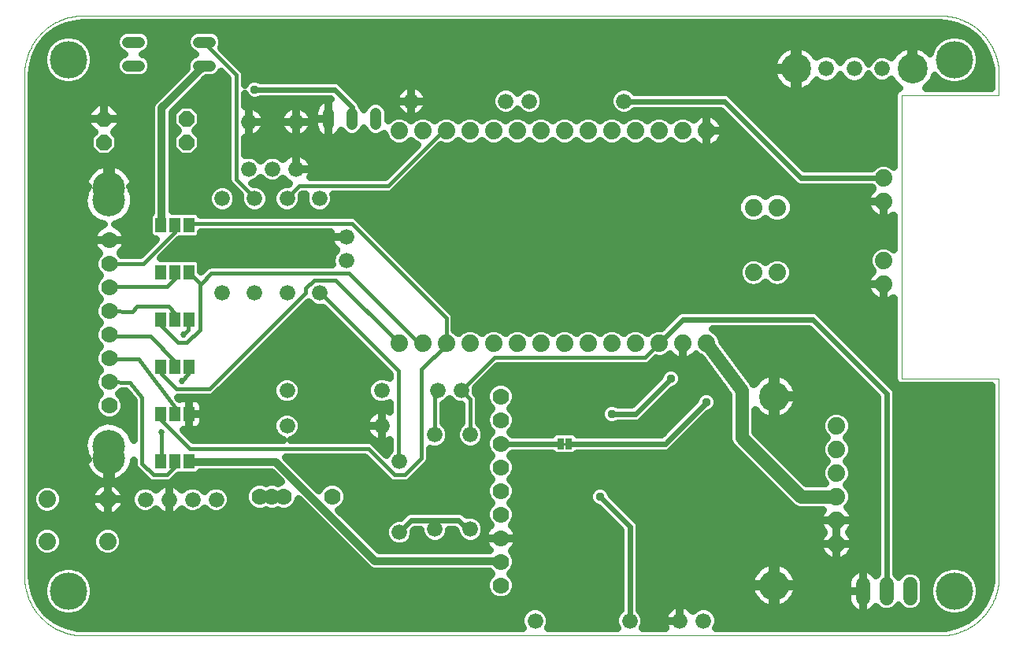
<source format=gbl>
G75*
%MOIN*%
%OFA0B0*%
%FSLAX25Y25*%
%IPPOS*%
%LPD*%
%AMOC8*
5,1,8,0,0,1.08239X$1,22.5*
%
%ADD10C,0.00000*%
%ADD11C,0.07000*%
%ADD12C,0.12661*%
%ADD13OC8,0.06600*%
%ADD14C,0.06000*%
%ADD15C,0.07400*%
%ADD16C,0.06600*%
%ADD17C,0.04800*%
%ADD18C,0.15811*%
%ADD19C,0.13843*%
%ADD20R,0.02500X0.05000*%
%ADD21R,0.04600X0.06300*%
%ADD22C,0.03200*%
%ADD23C,0.05600*%
%ADD24C,0.03762*%
%ADD25C,0.02400*%
%ADD26C,0.01000*%
%ADD27C,0.01600*%
%ADD28C,0.02700*%
D10*
X0033850Y0008850D02*
X0396350Y0008850D01*
X0396954Y0008857D01*
X0397558Y0008879D01*
X0398161Y0008916D01*
X0398763Y0008967D01*
X0399363Y0009032D01*
X0399962Y0009112D01*
X0400559Y0009207D01*
X0401153Y0009316D01*
X0401745Y0009439D01*
X0402333Y0009576D01*
X0402918Y0009728D01*
X0403499Y0009894D01*
X0404075Y0010074D01*
X0404648Y0010267D01*
X0405215Y0010475D01*
X0405777Y0010696D01*
X0406334Y0010930D01*
X0406885Y0011178D01*
X0407430Y0011439D01*
X0407968Y0011714D01*
X0408500Y0012001D01*
X0409024Y0012301D01*
X0409541Y0012613D01*
X0410050Y0012938D01*
X0410552Y0013275D01*
X0411045Y0013625D01*
X0411529Y0013986D01*
X0412005Y0014358D01*
X0412471Y0014742D01*
X0412928Y0015137D01*
X0413375Y0015543D01*
X0413813Y0015960D01*
X0414240Y0016387D01*
X0414657Y0016825D01*
X0415063Y0017272D01*
X0415458Y0017729D01*
X0415842Y0018195D01*
X0416214Y0018671D01*
X0416575Y0019155D01*
X0416925Y0019648D01*
X0417262Y0020150D01*
X0417587Y0020659D01*
X0417899Y0021176D01*
X0418199Y0021700D01*
X0418486Y0022232D01*
X0418761Y0022770D01*
X0419022Y0023315D01*
X0419270Y0023866D01*
X0419504Y0024423D01*
X0419725Y0024985D01*
X0419933Y0025552D01*
X0420126Y0026125D01*
X0420306Y0026701D01*
X0420472Y0027282D01*
X0420624Y0027867D01*
X0420761Y0028455D01*
X0420884Y0029047D01*
X0420993Y0029641D01*
X0421088Y0030238D01*
X0421168Y0030837D01*
X0421233Y0031437D01*
X0421284Y0032039D01*
X0421321Y0032642D01*
X0421343Y0033246D01*
X0421350Y0033850D01*
X0421350Y0117600D01*
X0380100Y0117600D01*
X0380100Y0237600D01*
X0421350Y0237600D01*
X0421350Y0246350D01*
X0421343Y0246954D01*
X0421321Y0247558D01*
X0421284Y0248161D01*
X0421233Y0248763D01*
X0421168Y0249363D01*
X0421088Y0249962D01*
X0420993Y0250559D01*
X0420884Y0251153D01*
X0420761Y0251745D01*
X0420624Y0252333D01*
X0420472Y0252918D01*
X0420306Y0253499D01*
X0420126Y0254075D01*
X0419933Y0254648D01*
X0419725Y0255215D01*
X0419504Y0255777D01*
X0419270Y0256334D01*
X0419022Y0256885D01*
X0418761Y0257430D01*
X0418486Y0257968D01*
X0418199Y0258500D01*
X0417899Y0259024D01*
X0417587Y0259541D01*
X0417262Y0260050D01*
X0416925Y0260552D01*
X0416575Y0261045D01*
X0416214Y0261529D01*
X0415842Y0262005D01*
X0415458Y0262471D01*
X0415063Y0262928D01*
X0414657Y0263375D01*
X0414240Y0263813D01*
X0413813Y0264240D01*
X0413375Y0264657D01*
X0412928Y0265063D01*
X0412471Y0265458D01*
X0412005Y0265842D01*
X0411529Y0266214D01*
X0411045Y0266575D01*
X0410552Y0266925D01*
X0410050Y0267262D01*
X0409541Y0267587D01*
X0409024Y0267899D01*
X0408500Y0268199D01*
X0407968Y0268486D01*
X0407430Y0268761D01*
X0406885Y0269022D01*
X0406334Y0269270D01*
X0405777Y0269504D01*
X0405215Y0269725D01*
X0404648Y0269933D01*
X0404075Y0270126D01*
X0403499Y0270306D01*
X0402918Y0270472D01*
X0402333Y0270624D01*
X0401745Y0270761D01*
X0401153Y0270884D01*
X0400559Y0270993D01*
X0399962Y0271088D01*
X0399363Y0271168D01*
X0398763Y0271233D01*
X0398161Y0271284D01*
X0397558Y0271321D01*
X0396954Y0271343D01*
X0396350Y0271350D01*
X0033850Y0271350D01*
X0033246Y0271343D01*
X0032642Y0271321D01*
X0032039Y0271284D01*
X0031437Y0271233D01*
X0030837Y0271168D01*
X0030238Y0271088D01*
X0029641Y0270993D01*
X0029047Y0270884D01*
X0028455Y0270761D01*
X0027867Y0270624D01*
X0027282Y0270472D01*
X0026701Y0270306D01*
X0026125Y0270126D01*
X0025552Y0269933D01*
X0024985Y0269725D01*
X0024423Y0269504D01*
X0023866Y0269270D01*
X0023315Y0269022D01*
X0022770Y0268761D01*
X0022232Y0268486D01*
X0021700Y0268199D01*
X0021176Y0267899D01*
X0020659Y0267587D01*
X0020150Y0267262D01*
X0019648Y0266925D01*
X0019155Y0266575D01*
X0018671Y0266214D01*
X0018195Y0265842D01*
X0017729Y0265458D01*
X0017272Y0265063D01*
X0016825Y0264657D01*
X0016387Y0264240D01*
X0015960Y0263813D01*
X0015543Y0263375D01*
X0015137Y0262928D01*
X0014742Y0262471D01*
X0014358Y0262005D01*
X0013986Y0261529D01*
X0013625Y0261045D01*
X0013275Y0260552D01*
X0012938Y0260050D01*
X0012613Y0259541D01*
X0012301Y0259024D01*
X0012001Y0258500D01*
X0011714Y0257968D01*
X0011439Y0257430D01*
X0011178Y0256885D01*
X0010930Y0256334D01*
X0010696Y0255777D01*
X0010475Y0255215D01*
X0010267Y0254648D01*
X0010074Y0254075D01*
X0009894Y0253499D01*
X0009728Y0252918D01*
X0009576Y0252333D01*
X0009439Y0251745D01*
X0009316Y0251153D01*
X0009207Y0250559D01*
X0009112Y0249962D01*
X0009032Y0249363D01*
X0008967Y0248763D01*
X0008916Y0248161D01*
X0008879Y0247558D01*
X0008857Y0246954D01*
X0008850Y0246350D01*
X0008850Y0033850D01*
X0008857Y0033246D01*
X0008879Y0032642D01*
X0008916Y0032039D01*
X0008967Y0031437D01*
X0009032Y0030837D01*
X0009112Y0030238D01*
X0009207Y0029641D01*
X0009316Y0029047D01*
X0009439Y0028455D01*
X0009576Y0027867D01*
X0009728Y0027282D01*
X0009894Y0026701D01*
X0010074Y0026125D01*
X0010267Y0025552D01*
X0010475Y0024985D01*
X0010696Y0024423D01*
X0010930Y0023866D01*
X0011178Y0023315D01*
X0011439Y0022770D01*
X0011714Y0022232D01*
X0012001Y0021700D01*
X0012301Y0021176D01*
X0012613Y0020659D01*
X0012938Y0020150D01*
X0013275Y0019648D01*
X0013625Y0019155D01*
X0013986Y0018671D01*
X0014358Y0018195D01*
X0014742Y0017729D01*
X0015137Y0017272D01*
X0015543Y0016825D01*
X0015960Y0016387D01*
X0016387Y0015960D01*
X0016825Y0015543D01*
X0017272Y0015137D01*
X0017729Y0014742D01*
X0018195Y0014358D01*
X0018671Y0013986D01*
X0019155Y0013625D01*
X0019648Y0013275D01*
X0020150Y0012938D01*
X0020659Y0012613D01*
X0021176Y0012301D01*
X0021700Y0012001D01*
X0022232Y0011714D01*
X0022770Y0011439D01*
X0023315Y0011178D01*
X0023866Y0010930D01*
X0024423Y0010696D01*
X0024985Y0010475D01*
X0025552Y0010267D01*
X0026125Y0010074D01*
X0026701Y0009894D01*
X0027282Y0009728D01*
X0027867Y0009576D01*
X0028455Y0009439D01*
X0029047Y0009316D01*
X0029641Y0009207D01*
X0030238Y0009112D01*
X0030837Y0009032D01*
X0031437Y0008967D01*
X0032039Y0008916D01*
X0032642Y0008879D01*
X0033246Y0008857D01*
X0033850Y0008850D01*
D11*
X0108555Y0067600D03*
X0113555Y0067600D03*
X0113555Y0067600D03*
X0118555Y0067600D03*
X0139145Y0067600D03*
X0210600Y0070100D03*
X0210600Y0080100D03*
X0210600Y0090100D03*
X0210600Y0100100D03*
X0210600Y0110100D03*
X0210600Y0060100D03*
X0210600Y0050100D03*
X0210600Y0040100D03*
X0210600Y0030100D03*
X0044923Y0106148D03*
X0044923Y0116148D03*
X0044923Y0126148D03*
X0044923Y0136148D03*
X0044923Y0146148D03*
X0044923Y0156148D03*
X0044923Y0166148D03*
X0044923Y0176148D03*
D12*
X0326163Y0110100D03*
X0326163Y0030100D03*
X0335494Y0248850D03*
X0384706Y0248850D03*
D13*
X0077600Y0227600D03*
X0077600Y0217600D03*
X0042600Y0217600D03*
X0042600Y0227600D03*
D14*
X0363850Y0030600D02*
X0363850Y0024600D01*
X0373850Y0024600D02*
X0373850Y0030600D01*
X0383850Y0030600D02*
X0383850Y0024600D01*
D15*
X0352600Y0047600D03*
X0352600Y0057600D03*
X0352600Y0067600D03*
X0352600Y0077600D03*
X0352600Y0087600D03*
X0352600Y0097600D03*
X0297600Y0132600D03*
X0287600Y0132600D03*
X0277600Y0132600D03*
X0267600Y0132600D03*
X0257600Y0132600D03*
X0247600Y0132600D03*
X0237600Y0132600D03*
X0227600Y0132600D03*
X0217600Y0132600D03*
X0207600Y0132600D03*
X0197600Y0132600D03*
X0187600Y0132600D03*
X0177600Y0132600D03*
X0167600Y0132600D03*
X0044150Y0066500D03*
X0044150Y0048700D03*
X0018550Y0048700D03*
X0018550Y0066500D03*
X0167600Y0222600D03*
X0177600Y0222600D03*
X0187600Y0222600D03*
X0197600Y0222600D03*
X0207600Y0222600D03*
X0217600Y0222600D03*
X0227600Y0222600D03*
X0237600Y0222600D03*
X0247600Y0222600D03*
X0257600Y0222600D03*
X0267600Y0222600D03*
X0277600Y0222600D03*
X0287600Y0222600D03*
X0297600Y0222600D03*
X0317600Y0190100D03*
X0327600Y0190100D03*
X0327600Y0162600D03*
X0317600Y0162600D03*
X0372600Y0157600D03*
X0372600Y0167600D03*
X0372600Y0192600D03*
X0372600Y0202600D03*
D16*
X0371911Y0248850D03*
X0360100Y0248850D03*
X0348289Y0248850D03*
X0262600Y0235100D03*
X0222600Y0235100D03*
X0212600Y0235100D03*
X0172600Y0235100D03*
X0123850Y0226350D03*
X0103850Y0226350D03*
X0103850Y0206350D03*
X0113850Y0206350D03*
X0123850Y0206350D03*
X0120100Y0193850D03*
X0106350Y0193850D03*
X0092600Y0193850D03*
X0133850Y0193850D03*
X0145100Y0177600D03*
X0145100Y0167600D03*
X0133850Y0153850D03*
X0120100Y0153850D03*
X0106350Y0153850D03*
X0092600Y0153850D03*
X0120100Y0112600D03*
X0120100Y0097600D03*
X0160100Y0097600D03*
X0167600Y0082600D03*
X0182600Y0093850D03*
X0197600Y0093850D03*
X0193850Y0112600D03*
X0183850Y0112600D03*
X0160100Y0112600D03*
X0090100Y0066350D03*
X0080100Y0066350D03*
X0070100Y0066350D03*
X0060100Y0066350D03*
X0167600Y0052600D03*
X0182600Y0053850D03*
X0197600Y0053850D03*
X0225100Y0015100D03*
X0265100Y0015100D03*
X0286350Y0015100D03*
X0296350Y0015100D03*
D17*
X0157600Y0225200D02*
X0157600Y0230000D01*
X0147600Y0230000D02*
X0147600Y0225200D01*
X0137600Y0225200D02*
X0137600Y0230000D01*
X0087500Y0250100D02*
X0082700Y0250100D01*
X0082700Y0260100D02*
X0087500Y0260100D01*
X0057500Y0260100D02*
X0052700Y0260100D01*
X0052700Y0250100D02*
X0057500Y0250100D01*
D18*
X0027600Y0252600D03*
X0027600Y0027600D03*
X0402600Y0027600D03*
X0402600Y0252600D03*
D19*
X0044647Y0198234D03*
X0044600Y0193200D03*
X0044700Y0089100D03*
X0044647Y0084061D03*
D20*
X0235978Y0090100D03*
X0239222Y0090100D03*
D21*
X0078600Y0082600D03*
X0072600Y0082600D03*
X0066600Y0082600D03*
X0066600Y0102600D03*
X0072600Y0102600D03*
X0078600Y0102600D03*
X0078600Y0122600D03*
X0072600Y0122600D03*
X0066600Y0122600D03*
X0066600Y0142600D03*
X0072600Y0142600D03*
X0078600Y0142600D03*
X0078600Y0162600D03*
X0072600Y0162600D03*
X0066600Y0162600D03*
X0066600Y0182600D03*
X0072600Y0182600D03*
X0078600Y0182600D03*
D22*
X0018364Y0018364D02*
X0022198Y0015307D01*
X0026617Y0013179D01*
X0031398Y0012088D01*
X0033850Y0011950D01*
X0219802Y0011950D01*
X0219000Y0013887D01*
X0219000Y0016313D01*
X0219929Y0018555D01*
X0221645Y0020271D01*
X0223887Y0021200D01*
X0226313Y0021200D01*
X0228555Y0020271D01*
X0230271Y0018555D01*
X0231200Y0016313D01*
X0231200Y0013887D01*
X0230398Y0011950D01*
X0259802Y0011950D01*
X0259000Y0013887D01*
X0259000Y0016313D01*
X0259929Y0018555D01*
X0261100Y0019727D01*
X0261100Y0053443D01*
X0251593Y0062950D01*
X0249948Y0063632D01*
X0248632Y0064948D01*
X0247919Y0066669D01*
X0247919Y0068531D01*
X0248632Y0070252D01*
X0249948Y0071568D01*
X0251669Y0072281D01*
X0253531Y0072281D01*
X0255252Y0071568D01*
X0256568Y0070252D01*
X0257250Y0068607D01*
X0268491Y0057366D01*
X0269100Y0055896D01*
X0269100Y0019727D01*
X0270271Y0018555D01*
X0271200Y0016313D01*
X0271200Y0013887D01*
X0270398Y0011950D01*
X0280201Y0011950D01*
X0280148Y0012042D01*
X0279802Y0012877D01*
X0279568Y0013751D01*
X0279450Y0014648D01*
X0279450Y0015100D01*
X0286350Y0015100D01*
X0286350Y0015100D01*
X0286350Y0022000D01*
X0286802Y0022000D01*
X0287699Y0021882D01*
X0288573Y0021648D01*
X0289408Y0021302D01*
X0290192Y0020849D01*
X0290909Y0020299D01*
X0291549Y0019659D01*
X0291867Y0019244D01*
X0292895Y0020271D01*
X0295137Y0021200D01*
X0297563Y0021200D01*
X0299805Y0020271D01*
X0301521Y0018555D01*
X0302450Y0016313D01*
X0302450Y0013887D01*
X0301648Y0011950D01*
X0396350Y0011950D01*
X0398802Y0012088D01*
X0403583Y0013179D01*
X0408002Y0015307D01*
X0411836Y0018364D01*
X0414893Y0022198D01*
X0417021Y0026617D01*
X0418112Y0031398D01*
X0418250Y0033850D01*
X0418250Y0114500D01*
X0379483Y0114500D01*
X0378344Y0114972D01*
X0377472Y0115844D01*
X0377000Y0116983D01*
X0377000Y0151775D01*
X0376664Y0151517D01*
X0375836Y0151039D01*
X0374952Y0150673D01*
X0374027Y0150425D01*
X0373078Y0150300D01*
X0372600Y0150300D01*
X0372600Y0157600D01*
X0372600Y0157600D01*
X0372600Y0157600D01*
X0365300Y0157600D01*
X0365300Y0158078D01*
X0365425Y0159027D01*
X0365673Y0159952D01*
X0366039Y0160836D01*
X0366517Y0161664D01*
X0367100Y0162424D01*
X0367776Y0163100D01*
X0367851Y0163157D01*
X0367090Y0163918D01*
X0366100Y0166307D01*
X0366100Y0168893D01*
X0367090Y0171282D01*
X0368918Y0173110D01*
X0371307Y0174100D01*
X0373893Y0174100D01*
X0376282Y0173110D01*
X0377000Y0172392D01*
X0377000Y0186775D01*
X0376664Y0186517D01*
X0375836Y0186039D01*
X0374952Y0185673D01*
X0374027Y0185425D01*
X0373078Y0185300D01*
X0372600Y0185300D01*
X0372600Y0192600D01*
X0372600Y0192600D01*
X0372600Y0192600D01*
X0365300Y0192600D01*
X0365300Y0193078D01*
X0365425Y0194027D01*
X0365673Y0194952D01*
X0366039Y0195836D01*
X0366517Y0196664D01*
X0367100Y0197424D01*
X0367776Y0198100D01*
X0367851Y0198157D01*
X0367408Y0198600D01*
X0336804Y0198600D01*
X0335334Y0199209D01*
X0334209Y0200334D01*
X0303443Y0231100D01*
X0267227Y0231100D01*
X0266055Y0229929D01*
X0263813Y0229000D01*
X0261387Y0229000D01*
X0259145Y0229929D01*
X0257429Y0231645D01*
X0256500Y0233887D01*
X0256500Y0236313D01*
X0257429Y0238555D01*
X0259145Y0240271D01*
X0261387Y0241200D01*
X0263813Y0241200D01*
X0266055Y0240271D01*
X0267227Y0239100D01*
X0305896Y0239100D01*
X0307366Y0238491D01*
X0339257Y0206600D01*
X0367408Y0206600D01*
X0368918Y0208110D01*
X0371307Y0209100D01*
X0373893Y0209100D01*
X0376282Y0208110D01*
X0377000Y0207392D01*
X0377000Y0238217D01*
X0377472Y0239356D01*
X0378344Y0240228D01*
X0379199Y0240582D01*
X0378951Y0240738D01*
X0378079Y0241434D01*
X0377290Y0242222D01*
X0376594Y0243094D01*
X0376001Y0244039D01*
X0375912Y0244224D01*
X0375366Y0243679D01*
X0373124Y0242750D01*
X0370698Y0242750D01*
X0368456Y0243679D01*
X0366740Y0245395D01*
X0366222Y0246644D01*
X0365610Y0245168D01*
X0363782Y0243340D01*
X0361393Y0242350D01*
X0358807Y0242350D01*
X0356418Y0243340D01*
X0354590Y0245168D01*
X0354194Y0246122D01*
X0353799Y0245168D01*
X0351971Y0243340D01*
X0349582Y0242350D01*
X0346996Y0242350D01*
X0344607Y0243340D01*
X0344087Y0243860D01*
X0343606Y0243094D01*
X0342910Y0242222D01*
X0342121Y0241434D01*
X0341249Y0240738D01*
X0340305Y0240145D01*
X0339300Y0239661D01*
X0338247Y0239292D01*
X0337160Y0239044D01*
X0336059Y0238920D01*
X0336059Y0248285D01*
X0334928Y0248285D01*
X0325564Y0248285D01*
X0325688Y0247184D01*
X0325936Y0246096D01*
X0326304Y0245044D01*
X0326788Y0244039D01*
X0327382Y0243094D01*
X0328077Y0242222D01*
X0328866Y0241434D01*
X0329738Y0240738D01*
X0330682Y0240145D01*
X0331687Y0239661D01*
X0332740Y0239292D01*
X0333828Y0239044D01*
X0334928Y0238920D01*
X0334928Y0248285D01*
X0334928Y0249415D01*
X0325564Y0249415D01*
X0325688Y0250516D01*
X0325936Y0251604D01*
X0326304Y0252656D01*
X0326788Y0253661D01*
X0327382Y0254606D01*
X0328077Y0255478D01*
X0328866Y0256266D01*
X0329738Y0256962D01*
X0330682Y0257555D01*
X0331687Y0258039D01*
X0332740Y0258408D01*
X0333828Y0258656D01*
X0334928Y0258780D01*
X0334928Y0249415D01*
X0336059Y0249415D01*
X0336059Y0258780D01*
X0337160Y0258656D01*
X0338247Y0258408D01*
X0339300Y0258039D01*
X0340305Y0257555D01*
X0341249Y0256962D01*
X0342121Y0256266D01*
X0342910Y0255478D01*
X0343606Y0254606D01*
X0344087Y0253840D01*
X0344607Y0254360D01*
X0346996Y0255350D01*
X0349582Y0255350D01*
X0351971Y0254360D01*
X0353799Y0252532D01*
X0354194Y0251578D01*
X0354590Y0252532D01*
X0356418Y0254360D01*
X0358807Y0255350D01*
X0361393Y0255350D01*
X0363782Y0254360D01*
X0365610Y0252532D01*
X0366222Y0251055D01*
X0366740Y0252305D01*
X0368456Y0254021D01*
X0370698Y0254950D01*
X0373124Y0254950D01*
X0375366Y0254021D01*
X0375912Y0253476D01*
X0376001Y0253661D01*
X0376594Y0254606D01*
X0377290Y0255478D01*
X0378079Y0256266D01*
X0378951Y0256962D01*
X0379895Y0257555D01*
X0380900Y0258039D01*
X0381953Y0258408D01*
X0383040Y0258656D01*
X0384141Y0258780D01*
X0384141Y0249415D01*
X0385272Y0249415D01*
X0385272Y0258780D01*
X0386372Y0258656D01*
X0387460Y0258408D01*
X0388513Y0258039D01*
X0389518Y0257555D01*
X0390462Y0256962D01*
X0391334Y0256266D01*
X0392123Y0255478D01*
X0392246Y0255323D01*
X0392624Y0256732D01*
X0394033Y0259173D01*
X0394619Y0259759D01*
X0394665Y0259833D01*
X0394781Y0259921D01*
X0396027Y0261167D01*
X0397742Y0262157D01*
X0397814Y0262211D01*
X0397858Y0262224D01*
X0398468Y0262576D01*
X0401191Y0263305D01*
X0404009Y0263305D01*
X0405360Y0262944D01*
X0405538Y0262927D01*
X0405674Y0262859D01*
X0406732Y0262576D01*
X0409173Y0261167D01*
X0411167Y0259173D01*
X0411646Y0258344D01*
X0411729Y0258252D01*
X0411791Y0258092D01*
X0412576Y0256732D01*
X0413305Y0254009D01*
X0413305Y0251191D01*
X0412576Y0248468D01*
X0411791Y0247108D01*
X0411729Y0246948D01*
X0411646Y0246856D01*
X0411167Y0246027D01*
X0409173Y0244033D01*
X0406732Y0242624D01*
X0405674Y0242341D01*
X0405538Y0242273D01*
X0405360Y0242256D01*
X0404009Y0241894D01*
X0401191Y0241894D01*
X0398468Y0242624D01*
X0397858Y0242976D01*
X0397814Y0242989D01*
X0397742Y0243043D01*
X0396027Y0244033D01*
X0394781Y0245279D01*
X0394665Y0245367D01*
X0394619Y0245441D01*
X0394186Y0245874D01*
X0393896Y0245044D01*
X0393412Y0244039D01*
X0392818Y0243094D01*
X0392123Y0242222D01*
X0391334Y0241434D01*
X0390462Y0240738D01*
X0390401Y0240700D01*
X0418250Y0240700D01*
X0418250Y0246350D01*
X0418112Y0248802D01*
X0417021Y0253583D01*
X0414893Y0258002D01*
X0411836Y0261836D01*
X0408002Y0264893D01*
X0403583Y0267021D01*
X0398802Y0268112D01*
X0396350Y0268250D01*
X0033850Y0268250D01*
X0031398Y0268112D01*
X0026617Y0267021D01*
X0022198Y0264893D01*
X0018364Y0261836D01*
X0015307Y0258002D01*
X0013179Y0253583D01*
X0012088Y0248802D01*
X0011950Y0246350D01*
X0011950Y0033850D01*
X0012088Y0031398D01*
X0013179Y0026617D01*
X0015307Y0022198D01*
X0018364Y0018364D01*
X0018182Y0018593D02*
X0021790Y0018593D01*
X0021027Y0019033D02*
X0022742Y0018043D01*
X0022814Y0017989D01*
X0022858Y0017976D01*
X0023468Y0017624D01*
X0026191Y0016894D01*
X0029009Y0016894D01*
X0030360Y0017256D01*
X0030538Y0017273D01*
X0030674Y0017341D01*
X0031732Y0017624D01*
X0034173Y0019033D01*
X0036167Y0021027D01*
X0036646Y0021856D01*
X0036729Y0021948D01*
X0036791Y0022108D01*
X0037576Y0023468D01*
X0038305Y0026191D01*
X0038305Y0029009D01*
X0037576Y0031732D01*
X0036791Y0033092D01*
X0036729Y0033252D01*
X0036646Y0033344D01*
X0036167Y0034173D01*
X0034173Y0036167D01*
X0031732Y0037576D01*
X0030674Y0037859D01*
X0030538Y0037927D01*
X0030360Y0037944D01*
X0029009Y0038305D01*
X0026191Y0038305D01*
X0023468Y0037576D01*
X0022858Y0037224D01*
X0022814Y0037211D01*
X0022742Y0037157D01*
X0021027Y0036167D01*
X0019781Y0034921D01*
X0019665Y0034833D01*
X0019619Y0034759D01*
X0019033Y0034173D01*
X0017624Y0031732D01*
X0016894Y0029009D01*
X0016894Y0027768D01*
X0016863Y0027600D01*
X0016894Y0027432D01*
X0016894Y0026191D01*
X0017624Y0023468D01*
X0019033Y0021027D01*
X0019619Y0020441D01*
X0019665Y0020367D01*
X0019781Y0020279D01*
X0021027Y0019033D01*
X0018592Y0021791D02*
X0015632Y0021791D01*
X0017216Y0024990D02*
X0013963Y0024990D01*
X0012820Y0028188D02*
X0016894Y0028188D01*
X0017531Y0031387D02*
X0012090Y0031387D01*
X0011950Y0034585D02*
X0019445Y0034585D01*
X0024243Y0037784D02*
X0011950Y0037784D01*
X0011950Y0040982D02*
X0150495Y0040982D01*
X0153570Y0037908D02*
X0154808Y0036670D01*
X0156425Y0036000D01*
X0205790Y0036000D01*
X0206690Y0035100D01*
X0205259Y0033669D01*
X0204300Y0031353D01*
X0204300Y0028847D01*
X0205259Y0026531D01*
X0207031Y0024759D01*
X0209347Y0023800D01*
X0211853Y0023800D01*
X0214169Y0024759D01*
X0215941Y0026531D01*
X0216900Y0028847D01*
X0216900Y0031353D01*
X0215941Y0033669D01*
X0214510Y0035100D01*
X0215941Y0036531D01*
X0216900Y0038847D01*
X0216900Y0041353D01*
X0215941Y0043669D01*
X0215047Y0044563D01*
X0215291Y0044750D01*
X0215950Y0045409D01*
X0216516Y0046147D01*
X0216981Y0046953D01*
X0217338Y0047813D01*
X0217579Y0048712D01*
X0217700Y0049635D01*
X0217700Y0050100D01*
X0217700Y0050565D01*
X0217579Y0051488D01*
X0217338Y0052387D01*
X0216981Y0053247D01*
X0216516Y0054053D01*
X0215950Y0054791D01*
X0215291Y0055450D01*
X0215047Y0055637D01*
X0215941Y0056531D01*
X0216900Y0058847D01*
X0216900Y0061353D01*
X0215941Y0063669D01*
X0214510Y0065100D01*
X0215941Y0066531D01*
X0216900Y0068847D01*
X0216900Y0071353D01*
X0215941Y0073669D01*
X0214510Y0075100D01*
X0215941Y0076531D01*
X0216900Y0078847D01*
X0216900Y0081353D01*
X0215941Y0083669D01*
X0214510Y0085100D01*
X0215510Y0086100D01*
X0232319Y0086100D01*
X0232355Y0086014D01*
X0233142Y0085226D01*
X0234171Y0084800D01*
X0241029Y0084800D01*
X0242058Y0085226D01*
X0242845Y0086014D01*
X0242881Y0086100D01*
X0280896Y0086100D01*
X0282366Y0086709D01*
X0298607Y0102950D01*
X0300252Y0103632D01*
X0301568Y0104948D01*
X0302281Y0106669D01*
X0302281Y0108531D01*
X0301568Y0110252D01*
X0300252Y0111568D01*
X0298531Y0112281D01*
X0296669Y0112281D01*
X0294948Y0111568D01*
X0293632Y0110252D01*
X0292950Y0108607D01*
X0278443Y0094100D01*
X0242881Y0094100D01*
X0242845Y0094186D01*
X0242058Y0094974D01*
X0241029Y0095400D01*
X0234171Y0095400D01*
X0233142Y0094974D01*
X0232355Y0094186D01*
X0232319Y0094100D01*
X0215510Y0094100D01*
X0214510Y0095100D01*
X0215941Y0096531D01*
X0216900Y0098847D01*
X0216900Y0101353D01*
X0215941Y0103669D01*
X0214510Y0105100D01*
X0215941Y0106531D01*
X0216900Y0108847D01*
X0216900Y0111353D01*
X0215941Y0113669D01*
X0214169Y0115441D01*
X0211853Y0116400D01*
X0209347Y0116400D01*
X0207031Y0115441D01*
X0205259Y0113669D01*
X0204300Y0111353D01*
X0204300Y0108847D01*
X0205259Y0106531D01*
X0206690Y0105100D01*
X0205259Y0103669D01*
X0204300Y0101353D01*
X0204300Y0098847D01*
X0205259Y0096531D01*
X0206690Y0095100D01*
X0205259Y0093669D01*
X0204300Y0091353D01*
X0204300Y0088847D01*
X0205259Y0086531D01*
X0206690Y0085100D01*
X0205259Y0083669D01*
X0204300Y0081353D01*
X0204300Y0078847D01*
X0205259Y0076531D01*
X0206690Y0075100D01*
X0205259Y0073669D01*
X0204300Y0071353D01*
X0204300Y0068847D01*
X0205259Y0066531D01*
X0206690Y0065100D01*
X0205259Y0063669D01*
X0204300Y0061353D01*
X0204300Y0058847D01*
X0205259Y0056531D01*
X0206153Y0055637D01*
X0205909Y0055450D01*
X0205250Y0054791D01*
X0204684Y0054053D01*
X0204219Y0053247D01*
X0203862Y0052387D01*
X0203621Y0051488D01*
X0203500Y0050565D01*
X0203500Y0050100D01*
X0210600Y0050100D01*
X0217700Y0050100D01*
X0210600Y0050100D01*
X0210600Y0050100D01*
X0210600Y0050100D01*
X0203500Y0050100D01*
X0203500Y0049635D01*
X0203621Y0048712D01*
X0203862Y0047813D01*
X0204219Y0046953D01*
X0204684Y0046147D01*
X0205250Y0045409D01*
X0205859Y0044800D01*
X0159123Y0044800D01*
X0141971Y0061951D01*
X0142714Y0062259D01*
X0144486Y0064031D01*
X0145445Y0066347D01*
X0145445Y0068853D01*
X0144486Y0071169D01*
X0142714Y0072941D01*
X0140398Y0073900D01*
X0137892Y0073900D01*
X0135577Y0072941D01*
X0133804Y0071169D01*
X0133497Y0070426D01*
X0119523Y0084400D01*
X0153009Y0084400D01*
X0163661Y0073748D01*
X0164984Y0073200D01*
X0170616Y0073200D01*
X0171939Y0073748D01*
X0178939Y0080748D01*
X0178939Y0080748D01*
X0179952Y0081761D01*
X0180500Y0083084D01*
X0180500Y0088117D01*
X0181387Y0087750D01*
X0183813Y0087750D01*
X0186055Y0088679D01*
X0187771Y0090395D01*
X0188700Y0092637D01*
X0188700Y0095063D01*
X0187771Y0097305D01*
X0186200Y0098877D01*
X0186200Y0106971D01*
X0187305Y0107429D01*
X0188850Y0108973D01*
X0190395Y0107429D01*
X0192637Y0106500D01*
X0194000Y0106500D01*
X0194000Y0098877D01*
X0192429Y0097305D01*
X0191500Y0095063D01*
X0191500Y0092637D01*
X0192429Y0090395D01*
X0194145Y0088679D01*
X0196387Y0087750D01*
X0198813Y0087750D01*
X0201055Y0088679D01*
X0202771Y0090395D01*
X0203700Y0092637D01*
X0203700Y0095063D01*
X0202771Y0097305D01*
X0201200Y0098877D01*
X0201200Y0109566D01*
X0200652Y0110889D01*
X0199950Y0111591D01*
X0199950Y0113609D01*
X0209241Y0122900D01*
X0272116Y0122900D01*
X0273439Y0123448D01*
X0276154Y0126163D01*
X0276307Y0126100D01*
X0278893Y0126100D01*
X0281282Y0127090D01*
X0282043Y0127851D01*
X0282100Y0127776D01*
X0282776Y0127100D01*
X0283536Y0126517D01*
X0284364Y0126039D01*
X0285248Y0125673D01*
X0286173Y0125425D01*
X0287122Y0125300D01*
X0287600Y0125300D01*
X0288078Y0125300D01*
X0289027Y0125425D01*
X0289952Y0125673D01*
X0290836Y0126039D01*
X0291664Y0126517D01*
X0292424Y0127100D01*
X0293100Y0127776D01*
X0293157Y0127851D01*
X0293918Y0127090D01*
X0295100Y0126600D01*
X0307000Y0110733D01*
X0307000Y0091486D01*
X0307853Y0089428D01*
X0332853Y0064428D01*
X0334428Y0062853D01*
X0336486Y0062000D01*
X0346775Y0062000D01*
X0346517Y0061664D01*
X0346039Y0060836D01*
X0345673Y0059952D01*
X0345425Y0059027D01*
X0345300Y0058078D01*
X0345300Y0057600D01*
X0352600Y0057600D01*
X0359900Y0057600D01*
X0359900Y0058078D01*
X0359775Y0059027D01*
X0359527Y0059952D01*
X0359161Y0060836D01*
X0358683Y0061664D01*
X0358100Y0062424D01*
X0357424Y0063100D01*
X0357349Y0063157D01*
X0358110Y0063918D01*
X0359100Y0066307D01*
X0359100Y0068893D01*
X0358110Y0071282D01*
X0356792Y0072600D01*
X0358110Y0073918D01*
X0359100Y0076307D01*
X0359100Y0078893D01*
X0358110Y0081282D01*
X0356792Y0082600D01*
X0358110Y0083918D01*
X0359100Y0086307D01*
X0359100Y0088893D01*
X0358110Y0091282D01*
X0356792Y0092600D01*
X0358110Y0093918D01*
X0359100Y0096307D01*
X0359100Y0098893D01*
X0358110Y0101282D01*
X0356282Y0103110D01*
X0353893Y0104100D01*
X0351307Y0104100D01*
X0348918Y0103110D01*
X0347090Y0101282D01*
X0346100Y0098893D01*
X0346100Y0096307D01*
X0347090Y0093918D01*
X0348408Y0092600D01*
X0347090Y0091282D01*
X0346100Y0088893D01*
X0346100Y0086307D01*
X0347090Y0083918D01*
X0348408Y0082600D01*
X0347090Y0081282D01*
X0346100Y0078893D01*
X0346100Y0076307D01*
X0347090Y0073918D01*
X0347808Y0073200D01*
X0339920Y0073200D01*
X0318200Y0094920D01*
X0318200Y0104158D01*
X0318747Y0103472D01*
X0319535Y0102684D01*
X0320407Y0101988D01*
X0321352Y0101395D01*
X0322357Y0100911D01*
X0323409Y0100542D01*
X0324497Y0100294D01*
X0325598Y0100170D01*
X0325598Y0109535D01*
X0326728Y0109535D01*
X0326728Y0110665D01*
X0325598Y0110665D01*
X0325598Y0120030D01*
X0324497Y0119906D01*
X0323409Y0119658D01*
X0322357Y0119289D01*
X0321352Y0118805D01*
X0320407Y0118212D01*
X0319535Y0117516D01*
X0318747Y0116728D01*
X0318051Y0115856D01*
X0317644Y0115208D01*
X0317504Y0115395D01*
X0317347Y0115772D01*
X0316841Y0116278D01*
X0304100Y0133267D01*
X0304100Y0133893D01*
X0303110Y0136282D01*
X0301282Y0138110D01*
X0300100Y0138600D01*
X0340943Y0138600D01*
X0369850Y0109693D01*
X0369850Y0034802D01*
X0369338Y0034290D01*
X0368823Y0034961D01*
X0368211Y0035573D01*
X0367525Y0036099D01*
X0366775Y0036532D01*
X0365976Y0036863D01*
X0365140Y0037087D01*
X0364283Y0037200D01*
X0363850Y0037200D01*
X0363850Y0027600D01*
X0363850Y0027600D01*
X0363850Y0018000D01*
X0364283Y0018000D01*
X0365140Y0018113D01*
X0365976Y0018337D01*
X0366775Y0018668D01*
X0367525Y0019101D01*
X0368211Y0019627D01*
X0368823Y0020239D01*
X0369338Y0020910D01*
X0370565Y0019683D01*
X0372696Y0018800D01*
X0375004Y0018800D01*
X0377135Y0019683D01*
X0378767Y0021315D01*
X0378850Y0021515D01*
X0378933Y0021315D01*
X0380565Y0019683D01*
X0382696Y0018800D01*
X0385004Y0018800D01*
X0387135Y0019683D01*
X0388767Y0021315D01*
X0389650Y0023446D01*
X0389650Y0031754D01*
X0388767Y0033885D01*
X0387135Y0035517D01*
X0385004Y0036400D01*
X0382696Y0036400D01*
X0380565Y0035517D01*
X0378933Y0033885D01*
X0378850Y0033685D01*
X0378767Y0033885D01*
X0377850Y0034802D01*
X0377850Y0112146D01*
X0377241Y0113616D01*
X0345991Y0144866D01*
X0344866Y0145991D01*
X0343396Y0146600D01*
X0286804Y0146600D01*
X0285334Y0145991D01*
X0278443Y0139100D01*
X0276307Y0139100D01*
X0273918Y0138110D01*
X0272600Y0136792D01*
X0271282Y0138110D01*
X0268893Y0139100D01*
X0266307Y0139100D01*
X0263918Y0138110D01*
X0262600Y0136792D01*
X0261282Y0138110D01*
X0258893Y0139100D01*
X0256307Y0139100D01*
X0253918Y0138110D01*
X0252600Y0136792D01*
X0251282Y0138110D01*
X0248893Y0139100D01*
X0246307Y0139100D01*
X0243918Y0138110D01*
X0242600Y0136792D01*
X0241282Y0138110D01*
X0238893Y0139100D01*
X0236307Y0139100D01*
X0233918Y0138110D01*
X0232600Y0136792D01*
X0231282Y0138110D01*
X0228893Y0139100D01*
X0226307Y0139100D01*
X0223918Y0138110D01*
X0222600Y0136792D01*
X0221282Y0138110D01*
X0218893Y0139100D01*
X0216307Y0139100D01*
X0213918Y0138110D01*
X0212600Y0136792D01*
X0211282Y0138110D01*
X0208893Y0139100D01*
X0206307Y0139100D01*
X0203918Y0138110D01*
X0202600Y0136792D01*
X0201282Y0138110D01*
X0198893Y0139100D01*
X0196307Y0139100D01*
X0193918Y0138110D01*
X0192600Y0136792D01*
X0191282Y0138110D01*
X0191000Y0138227D01*
X0191000Y0144016D01*
X0190452Y0145339D01*
X0189439Y0146352D01*
X0149539Y0186252D01*
X0148216Y0186800D01*
X0083496Y0186800D01*
X0083274Y0187336D01*
X0082486Y0188124D01*
X0081457Y0188550D01*
X0075743Y0188550D01*
X0075600Y0188491D01*
X0075457Y0188550D01*
X0071400Y0188550D01*
X0071400Y0230377D01*
X0085923Y0244900D01*
X0088534Y0244900D01*
X0090446Y0245692D01*
X0091908Y0247154D01*
X0092068Y0247541D01*
X0094900Y0244709D01*
X0094900Y0201384D01*
X0095448Y0200061D01*
X0100307Y0195202D01*
X0100250Y0195063D01*
X0100250Y0192637D01*
X0101179Y0190395D01*
X0102895Y0188679D01*
X0105137Y0187750D01*
X0107563Y0187750D01*
X0109805Y0188679D01*
X0111521Y0190395D01*
X0112450Y0192637D01*
X0112450Y0195063D01*
X0111521Y0197305D01*
X0109805Y0199021D01*
X0107563Y0199950D01*
X0105741Y0199950D01*
X0105330Y0200361D01*
X0107305Y0201179D01*
X0108850Y0202723D01*
X0110395Y0201179D01*
X0112637Y0200250D01*
X0115063Y0200250D01*
X0117305Y0201179D01*
X0118333Y0202206D01*
X0118651Y0201791D01*
X0119291Y0201151D01*
X0120008Y0200601D01*
X0120792Y0200148D01*
X0120838Y0200129D01*
X0120659Y0199950D01*
X0118887Y0199950D01*
X0116645Y0199021D01*
X0114929Y0197305D01*
X0114000Y0195063D01*
X0114000Y0192637D01*
X0114929Y0190395D01*
X0116645Y0188679D01*
X0118887Y0187750D01*
X0121313Y0187750D01*
X0123555Y0188679D01*
X0125271Y0190395D01*
X0126200Y0192637D01*
X0126200Y0195063D01*
X0126128Y0195237D01*
X0126591Y0195700D01*
X0128014Y0195700D01*
X0127750Y0195063D01*
X0127750Y0192637D01*
X0128679Y0190395D01*
X0130395Y0188679D01*
X0132637Y0187750D01*
X0135063Y0187750D01*
X0137305Y0188679D01*
X0139021Y0190395D01*
X0139950Y0192637D01*
X0139950Y0195063D01*
X0139686Y0195700D01*
X0163616Y0195700D01*
X0164939Y0196248D01*
X0165952Y0197261D01*
X0185235Y0216544D01*
X0186307Y0216100D01*
X0188893Y0216100D01*
X0191282Y0217090D01*
X0192600Y0218408D01*
X0193918Y0217090D01*
X0196307Y0216100D01*
X0198893Y0216100D01*
X0201282Y0217090D01*
X0202600Y0218408D01*
X0203918Y0217090D01*
X0206307Y0216100D01*
X0208893Y0216100D01*
X0211282Y0217090D01*
X0212600Y0218408D01*
X0213918Y0217090D01*
X0216307Y0216100D01*
X0218893Y0216100D01*
X0221282Y0217090D01*
X0222600Y0218408D01*
X0223918Y0217090D01*
X0226307Y0216100D01*
X0228893Y0216100D01*
X0231282Y0217090D01*
X0232600Y0218408D01*
X0233918Y0217090D01*
X0236307Y0216100D01*
X0238893Y0216100D01*
X0241282Y0217090D01*
X0242600Y0218408D01*
X0243918Y0217090D01*
X0246307Y0216100D01*
X0248893Y0216100D01*
X0251282Y0217090D01*
X0252600Y0218408D01*
X0253918Y0217090D01*
X0256307Y0216100D01*
X0258893Y0216100D01*
X0261282Y0217090D01*
X0262600Y0218408D01*
X0263918Y0217090D01*
X0266307Y0216100D01*
X0268893Y0216100D01*
X0271282Y0217090D01*
X0272600Y0218408D01*
X0273918Y0217090D01*
X0276307Y0216100D01*
X0278893Y0216100D01*
X0281282Y0217090D01*
X0282600Y0218408D01*
X0283918Y0217090D01*
X0286307Y0216100D01*
X0288893Y0216100D01*
X0291282Y0217090D01*
X0292043Y0217851D01*
X0292100Y0217776D01*
X0292776Y0217100D01*
X0293536Y0216517D01*
X0294364Y0216039D01*
X0295248Y0215673D01*
X0296173Y0215425D01*
X0297122Y0215300D01*
X0297600Y0215300D01*
X0298078Y0215300D01*
X0299027Y0215425D01*
X0299952Y0215673D01*
X0300836Y0216039D01*
X0301664Y0216517D01*
X0302424Y0217100D01*
X0303100Y0217776D01*
X0303683Y0218536D01*
X0304161Y0219364D01*
X0304527Y0220248D01*
X0304775Y0221173D01*
X0304900Y0222122D01*
X0304900Y0222600D01*
X0304900Y0223078D01*
X0304775Y0224027D01*
X0304527Y0224952D01*
X0304161Y0225836D01*
X0303683Y0226664D01*
X0303100Y0227424D01*
X0302424Y0228100D01*
X0301664Y0228683D01*
X0300836Y0229161D01*
X0299952Y0229527D01*
X0299027Y0229775D01*
X0298078Y0229900D01*
X0297600Y0229900D01*
X0297600Y0222600D01*
X0297600Y0222600D01*
X0304900Y0222600D01*
X0297600Y0222600D01*
X0297600Y0222600D01*
X0297600Y0229900D01*
X0297122Y0229900D01*
X0296173Y0229775D01*
X0295248Y0229527D01*
X0294364Y0229161D01*
X0293536Y0228683D01*
X0292776Y0228100D01*
X0292100Y0227424D01*
X0292043Y0227349D01*
X0291282Y0228110D01*
X0288893Y0229100D01*
X0286307Y0229100D01*
X0283918Y0228110D01*
X0282600Y0226792D01*
X0281282Y0228110D01*
X0278893Y0229100D01*
X0276307Y0229100D01*
X0273918Y0228110D01*
X0272600Y0226792D01*
X0271282Y0228110D01*
X0268893Y0229100D01*
X0266307Y0229100D01*
X0263918Y0228110D01*
X0262600Y0226792D01*
X0261282Y0228110D01*
X0258893Y0229100D01*
X0256307Y0229100D01*
X0253918Y0228110D01*
X0252600Y0226792D01*
X0251282Y0228110D01*
X0248893Y0229100D01*
X0246307Y0229100D01*
X0243918Y0228110D01*
X0242600Y0226792D01*
X0241282Y0228110D01*
X0238893Y0229100D01*
X0236307Y0229100D01*
X0233918Y0228110D01*
X0232600Y0226792D01*
X0231282Y0228110D01*
X0228893Y0229100D01*
X0226307Y0229100D01*
X0223918Y0228110D01*
X0222600Y0226792D01*
X0221282Y0228110D01*
X0218893Y0229100D01*
X0216307Y0229100D01*
X0213918Y0228110D01*
X0212600Y0226792D01*
X0211282Y0228110D01*
X0208893Y0229100D01*
X0206307Y0229100D01*
X0203918Y0228110D01*
X0202600Y0226792D01*
X0201282Y0228110D01*
X0198893Y0229100D01*
X0196307Y0229100D01*
X0193918Y0228110D01*
X0192600Y0226792D01*
X0191282Y0228110D01*
X0188893Y0229100D01*
X0186307Y0229100D01*
X0183918Y0228110D01*
X0182600Y0226792D01*
X0181282Y0228110D01*
X0178893Y0229100D01*
X0176307Y0229100D01*
X0173918Y0228110D01*
X0172600Y0226792D01*
X0171282Y0228110D01*
X0168893Y0229100D01*
X0166307Y0229100D01*
X0163918Y0228110D01*
X0162800Y0226992D01*
X0162800Y0231034D01*
X0162008Y0232946D01*
X0160546Y0234408D01*
X0158634Y0235200D01*
X0156566Y0235200D01*
X0154654Y0234408D01*
X0153192Y0232946D01*
X0152600Y0231517D01*
X0152008Y0232946D01*
X0151600Y0233354D01*
X0151600Y0233396D01*
X0150991Y0234866D01*
X0143491Y0242366D01*
X0142366Y0243491D01*
X0140896Y0244100D01*
X0108925Y0244100D01*
X0107281Y0244781D01*
X0105419Y0244781D01*
X0103698Y0244068D01*
X0102382Y0242752D01*
X0102100Y0242072D01*
X0102100Y0246916D01*
X0101552Y0248239D01*
X0100539Y0249252D01*
X0092122Y0257669D01*
X0092700Y0259066D01*
X0092700Y0261134D01*
X0091908Y0263046D01*
X0090446Y0264508D01*
X0088534Y0265300D01*
X0081666Y0265300D01*
X0079754Y0264508D01*
X0078292Y0263046D01*
X0077500Y0261134D01*
X0077500Y0259066D01*
X0078292Y0257154D01*
X0079754Y0255692D01*
X0081183Y0255100D01*
X0079754Y0254508D01*
X0078292Y0253046D01*
X0077500Y0251134D01*
X0077500Y0249066D01*
X0077542Y0248964D01*
X0063270Y0234692D01*
X0062600Y0233075D01*
X0062600Y0188010D01*
X0061926Y0187336D01*
X0061500Y0186307D01*
X0061500Y0178893D01*
X0061926Y0177864D01*
X0062714Y0177076D01*
X0063743Y0176650D01*
X0064459Y0176650D01*
X0057809Y0170000D01*
X0049980Y0170000D01*
X0049370Y0170610D01*
X0049614Y0170798D01*
X0050272Y0171456D01*
X0050839Y0172195D01*
X0051304Y0173001D01*
X0051660Y0173860D01*
X0051901Y0174759D01*
X0052023Y0175682D01*
X0052023Y0176148D01*
X0052023Y0176613D01*
X0051901Y0177536D01*
X0051660Y0178435D01*
X0051304Y0179295D01*
X0050839Y0180101D01*
X0050272Y0180839D01*
X0049614Y0181497D01*
X0048876Y0182064D01*
X0048070Y0182529D01*
X0047294Y0182850D01*
X0047538Y0182873D01*
X0051070Y0184632D01*
X0053729Y0187548D01*
X0055154Y0191227D01*
X0055154Y0195173D01*
X0054894Y0195845D01*
X0055036Y0196469D01*
X0055138Y0197374D01*
X0054302Y0197374D01*
X0053729Y0198852D01*
X0053508Y0199095D01*
X0055138Y0199095D01*
X0055036Y0199999D01*
X0054773Y0201152D01*
X0054383Y0202267D01*
X0053870Y0203332D01*
X0053241Y0204332D01*
X0052505Y0205256D01*
X0051669Y0206092D01*
X0050745Y0206829D01*
X0049745Y0207457D01*
X0048680Y0207970D01*
X0047564Y0208360D01*
X0046412Y0208623D01*
X0045508Y0208725D01*
X0045508Y0203715D01*
X0043787Y0203875D01*
X0043787Y0208725D01*
X0042882Y0208623D01*
X0041730Y0208360D01*
X0040615Y0207970D01*
X0039550Y0207457D01*
X0038549Y0206829D01*
X0037625Y0206092D01*
X0036790Y0205256D01*
X0036053Y0204332D01*
X0035424Y0203332D01*
X0034912Y0202267D01*
X0034521Y0201152D01*
X0034258Y0199999D01*
X0034156Y0199095D01*
X0035836Y0199095D01*
X0034771Y0197374D01*
X0034156Y0197374D01*
X0034258Y0196469D01*
X0034377Y0195949D01*
X0033863Y0193200D01*
X0034588Y0189321D01*
X0036665Y0185967D01*
X0039814Y0183589D01*
X0042493Y0182826D01*
X0041776Y0182529D01*
X0040970Y0182064D01*
X0040231Y0181497D01*
X0039573Y0180839D01*
X0039007Y0180101D01*
X0038541Y0179295D01*
X0038185Y0178435D01*
X0037944Y0177536D01*
X0037823Y0176613D01*
X0037823Y0176148D01*
X0044923Y0176148D01*
X0052023Y0176148D01*
X0044923Y0176148D01*
X0044923Y0176148D01*
X0044923Y0176148D01*
X0037823Y0176148D01*
X0037823Y0175682D01*
X0037944Y0174759D01*
X0038185Y0173860D01*
X0038541Y0173001D01*
X0039007Y0172195D01*
X0039573Y0171456D01*
X0040231Y0170798D01*
X0040476Y0170610D01*
X0039582Y0169716D01*
X0038623Y0167401D01*
X0038623Y0164894D01*
X0039582Y0162579D01*
X0041013Y0161148D01*
X0039582Y0159716D01*
X0038623Y0157401D01*
X0038623Y0154894D01*
X0039582Y0152579D01*
X0041013Y0151148D01*
X0039582Y0149716D01*
X0038623Y0147401D01*
X0038623Y0144894D01*
X0039582Y0142579D01*
X0041013Y0141148D01*
X0039582Y0139716D01*
X0038623Y0137401D01*
X0038623Y0134894D01*
X0039582Y0132579D01*
X0041013Y0131148D01*
X0039582Y0129716D01*
X0038623Y0127401D01*
X0038623Y0124894D01*
X0039582Y0122579D01*
X0041013Y0121148D01*
X0039582Y0119716D01*
X0038623Y0117401D01*
X0038623Y0114894D01*
X0039582Y0112579D01*
X0041013Y0111148D01*
X0039582Y0109716D01*
X0038623Y0107401D01*
X0038623Y0104894D01*
X0039582Y0102579D01*
X0041354Y0100807D01*
X0043670Y0099848D01*
X0046176Y0099848D01*
X0048491Y0100807D01*
X0050264Y0102579D01*
X0051223Y0104894D01*
X0051223Y0107401D01*
X0050264Y0109716D01*
X0048832Y0111148D01*
X0050085Y0112401D01*
X0051935Y0112348D01*
X0055067Y0108449D01*
X0055100Y0106174D01*
X0055100Y0091471D01*
X0053829Y0094752D01*
X0051170Y0097668D01*
X0047638Y0099427D01*
X0043709Y0099791D01*
X0039914Y0098711D01*
X0036765Y0096333D01*
X0034688Y0092979D01*
X0033963Y0089100D01*
X0034432Y0086589D01*
X0034258Y0085826D01*
X0034156Y0084922D01*
X0034874Y0084922D01*
X0035939Y0083200D01*
X0034156Y0083200D01*
X0034258Y0082296D01*
X0034521Y0081144D01*
X0034912Y0080028D01*
X0035424Y0078964D01*
X0036053Y0077963D01*
X0036790Y0077039D01*
X0037625Y0076204D01*
X0038549Y0075467D01*
X0039550Y0074838D01*
X0040615Y0074325D01*
X0041730Y0073935D01*
X0042815Y0073687D01*
X0042723Y0073675D01*
X0041798Y0073427D01*
X0040914Y0073061D01*
X0040086Y0072583D01*
X0039326Y0072000D01*
X0038650Y0071324D01*
X0038067Y0070564D01*
X0037589Y0069736D01*
X0037223Y0068852D01*
X0036975Y0067927D01*
X0036850Y0066978D01*
X0036850Y0066500D01*
X0044150Y0066500D01*
X0051450Y0066500D01*
X0051450Y0066978D01*
X0051325Y0067927D01*
X0051077Y0068852D01*
X0050711Y0069736D01*
X0050233Y0070564D01*
X0049650Y0071324D01*
X0048974Y0072000D01*
X0048214Y0072583D01*
X0047386Y0073061D01*
X0046502Y0073427D01*
X0045832Y0073607D01*
X0046412Y0073672D01*
X0047564Y0073935D01*
X0048680Y0074325D01*
X0049745Y0074838D01*
X0050745Y0075467D01*
X0051669Y0076204D01*
X0052505Y0077039D01*
X0053241Y0077963D01*
X0053870Y0078964D01*
X0054383Y0080028D01*
X0054773Y0081144D01*
X0055036Y0082296D01*
X0055100Y0082863D01*
X0055100Y0080884D01*
X0055648Y0079561D01*
X0056661Y0078548D01*
X0061461Y0073748D01*
X0062784Y0073200D01*
X0069268Y0073200D01*
X0068751Y0073132D01*
X0067877Y0072898D01*
X0067042Y0072552D01*
X0066258Y0072099D01*
X0065541Y0071549D01*
X0064901Y0070909D01*
X0064583Y0070494D01*
X0063555Y0071521D01*
X0061313Y0072450D01*
X0058887Y0072450D01*
X0056645Y0071521D01*
X0054929Y0069805D01*
X0054000Y0067563D01*
X0054000Y0065137D01*
X0054929Y0062895D01*
X0056645Y0061179D01*
X0058887Y0060250D01*
X0061313Y0060250D01*
X0063555Y0061179D01*
X0064583Y0062206D01*
X0064901Y0061791D01*
X0065541Y0061151D01*
X0066258Y0060601D01*
X0067042Y0060148D01*
X0067877Y0059802D01*
X0068751Y0059568D01*
X0069648Y0059450D01*
X0070100Y0059450D01*
X0070552Y0059450D01*
X0071449Y0059568D01*
X0072323Y0059802D01*
X0073158Y0060148D01*
X0073942Y0060601D01*
X0074659Y0061151D01*
X0075299Y0061791D01*
X0075617Y0062206D01*
X0076645Y0061179D01*
X0078887Y0060250D01*
X0081313Y0060250D01*
X0083555Y0061179D01*
X0085100Y0062723D01*
X0086645Y0061179D01*
X0088887Y0060250D01*
X0091313Y0060250D01*
X0093555Y0061179D01*
X0095271Y0062895D01*
X0096200Y0065137D01*
X0096200Y0067563D01*
X0095271Y0069805D01*
X0093555Y0071521D01*
X0091313Y0072450D01*
X0088887Y0072450D01*
X0086645Y0071521D01*
X0085100Y0069977D01*
X0083555Y0071521D01*
X0081313Y0072450D01*
X0078887Y0072450D01*
X0076645Y0071521D01*
X0075617Y0070494D01*
X0075299Y0070909D01*
X0074659Y0071549D01*
X0073942Y0072099D01*
X0073158Y0072552D01*
X0072323Y0072898D01*
X0071449Y0073132D01*
X0070552Y0073250D01*
X0070100Y0073250D01*
X0070100Y0066350D01*
X0070100Y0066350D01*
X0070100Y0073250D01*
X0069937Y0073250D01*
X0071139Y0073748D01*
X0072152Y0074761D01*
X0074041Y0076650D01*
X0075457Y0076650D01*
X0075600Y0076709D01*
X0075743Y0076650D01*
X0081457Y0076650D01*
X0082486Y0077076D01*
X0083274Y0077864D01*
X0083330Y0078000D01*
X0113477Y0078000D01*
X0117577Y0073900D01*
X0117302Y0073900D01*
X0116055Y0073384D01*
X0114808Y0073900D01*
X0112302Y0073900D01*
X0111055Y0073384D01*
X0109808Y0073900D01*
X0107302Y0073900D01*
X0104986Y0072941D01*
X0103214Y0071169D01*
X0102255Y0068853D01*
X0102255Y0066347D01*
X0103214Y0064031D01*
X0104986Y0062259D01*
X0107302Y0061300D01*
X0109808Y0061300D01*
X0111055Y0061816D01*
X0112302Y0061300D01*
X0114808Y0061300D01*
X0116055Y0061816D01*
X0117302Y0061300D01*
X0119808Y0061300D01*
X0122123Y0062259D01*
X0123896Y0064031D01*
X0124855Y0066347D01*
X0124855Y0066623D01*
X0153570Y0037908D01*
X0153694Y0037784D02*
X0030957Y0037784D01*
X0035755Y0034585D02*
X0206176Y0034585D01*
X0204314Y0031387D02*
X0037669Y0031387D01*
X0038305Y0028188D02*
X0204573Y0028188D01*
X0206801Y0024990D02*
X0037984Y0024990D01*
X0036608Y0021791D02*
X0261100Y0021791D01*
X0261100Y0024990D02*
X0214399Y0024990D01*
X0216627Y0028188D02*
X0261100Y0028188D01*
X0261100Y0031387D02*
X0216886Y0031387D01*
X0215024Y0034585D02*
X0261100Y0034585D01*
X0261100Y0037784D02*
X0216460Y0037784D01*
X0216900Y0040982D02*
X0261100Y0040982D01*
X0261100Y0044181D02*
X0215429Y0044181D01*
X0217158Y0047379D02*
X0261100Y0047379D01*
X0261100Y0050578D02*
X0217698Y0050578D01*
X0216676Y0053776D02*
X0260767Y0053776D01*
X0257568Y0056975D02*
X0216125Y0056975D01*
X0216900Y0060173D02*
X0254370Y0060173D01*
X0250576Y0063372D02*
X0216064Y0063372D01*
X0215957Y0066570D02*
X0247960Y0066570D01*
X0248432Y0069769D02*
X0216900Y0069769D01*
X0216231Y0072967D02*
X0324313Y0072967D01*
X0321115Y0076166D02*
X0215575Y0076166D01*
X0216900Y0079364D02*
X0317916Y0079364D01*
X0314718Y0082563D02*
X0216399Y0082563D01*
X0215171Y0085761D02*
X0232607Y0085761D01*
X0242593Y0085761D02*
X0311519Y0085761D01*
X0308321Y0088960D02*
X0284617Y0088960D01*
X0287815Y0092158D02*
X0307000Y0092158D01*
X0307000Y0095357D02*
X0291014Y0095357D01*
X0294212Y0098555D02*
X0307000Y0098555D01*
X0307000Y0101754D02*
X0297411Y0101754D01*
X0301570Y0104952D02*
X0307000Y0104952D01*
X0307000Y0108151D02*
X0302281Y0108151D01*
X0300471Y0111349D02*
X0306538Y0111349D01*
X0304139Y0114548D02*
X0286168Y0114548D01*
X0286568Y0114948D02*
X0285252Y0113632D01*
X0283607Y0112950D01*
X0270991Y0100334D01*
X0269866Y0099209D01*
X0268396Y0098600D01*
X0260175Y0098600D01*
X0258531Y0097919D01*
X0256669Y0097919D01*
X0254948Y0098632D01*
X0253632Y0099948D01*
X0252919Y0101669D01*
X0252919Y0103531D01*
X0253632Y0105252D01*
X0254948Y0106568D01*
X0256669Y0107281D01*
X0258531Y0107281D01*
X0260175Y0106600D01*
X0265943Y0106600D01*
X0277950Y0118607D01*
X0278632Y0120252D01*
X0279948Y0121568D01*
X0281669Y0122281D01*
X0283531Y0122281D01*
X0285252Y0121568D01*
X0286568Y0120252D01*
X0287281Y0118531D01*
X0287281Y0116669D01*
X0286568Y0114948D01*
X0287281Y0117746D02*
X0301740Y0117746D01*
X0299341Y0120945D02*
X0285875Y0120945D01*
X0287600Y0125300D02*
X0287600Y0132600D01*
X0287600Y0125300D01*
X0287600Y0127342D02*
X0287600Y0127342D01*
X0287600Y0130540D02*
X0287600Y0130540D01*
X0287600Y0132600D02*
X0287600Y0132600D01*
X0292666Y0127342D02*
X0293666Y0127342D01*
X0296942Y0124143D02*
X0274135Y0124143D01*
X0279325Y0120945D02*
X0207286Y0120945D01*
X0204088Y0117746D02*
X0277090Y0117746D01*
X0273891Y0114548D02*
X0215062Y0114548D01*
X0216900Y0111349D02*
X0270693Y0111349D01*
X0267494Y0108151D02*
X0216612Y0108151D01*
X0214657Y0104952D02*
X0253508Y0104952D01*
X0252919Y0101754D02*
X0216734Y0101754D01*
X0216779Y0098555D02*
X0255132Y0098555D01*
X0260068Y0098555D02*
X0282898Y0098555D01*
X0279700Y0095357D02*
X0241133Y0095357D01*
X0234067Y0095357D02*
X0214766Y0095357D01*
X0206434Y0095357D02*
X0203578Y0095357D01*
X0204421Y0098555D02*
X0201521Y0098555D01*
X0201200Y0101754D02*
X0204466Y0101754D01*
X0206543Y0104952D02*
X0201200Y0104952D01*
X0201200Y0108151D02*
X0204588Y0108151D01*
X0204300Y0111349D02*
X0200192Y0111349D01*
X0200889Y0114548D02*
X0206138Y0114548D01*
X0194000Y0104952D02*
X0186200Y0104952D01*
X0186200Y0101754D02*
X0194000Y0101754D01*
X0193679Y0098555D02*
X0186521Y0098555D01*
X0188578Y0095357D02*
X0191622Y0095357D01*
X0191698Y0092158D02*
X0188502Y0092158D01*
X0186337Y0088960D02*
X0193863Y0088960D01*
X0201337Y0088960D02*
X0204300Y0088960D01*
X0204634Y0092158D02*
X0203502Y0092158D01*
X0206029Y0085761D02*
X0180500Y0085761D01*
X0180284Y0082563D02*
X0204801Y0082563D01*
X0204300Y0079364D02*
X0177555Y0079364D01*
X0174357Y0076166D02*
X0205625Y0076166D01*
X0204969Y0072967D02*
X0142650Y0072967D01*
X0145066Y0069769D02*
X0204300Y0069769D01*
X0205243Y0066570D02*
X0145445Y0066570D01*
X0143827Y0063372D02*
X0205136Y0063372D01*
X0204300Y0060173D02*
X0195684Y0060173D01*
X0196047Y0059809D02*
X0194866Y0060991D01*
X0193396Y0061600D01*
X0171804Y0061600D01*
X0170334Y0060991D01*
X0168043Y0058700D01*
X0166387Y0058700D01*
X0164145Y0057771D01*
X0162429Y0056055D01*
X0161500Y0053813D01*
X0161500Y0051387D01*
X0162429Y0049145D01*
X0164145Y0047429D01*
X0166387Y0046500D01*
X0168813Y0046500D01*
X0171055Y0047429D01*
X0172771Y0049145D01*
X0173700Y0051387D01*
X0173700Y0053043D01*
X0174257Y0053600D01*
X0176500Y0053600D01*
X0176500Y0052637D01*
X0177429Y0050395D01*
X0179145Y0048679D01*
X0181387Y0047750D01*
X0183813Y0047750D01*
X0186055Y0048679D01*
X0187771Y0050395D01*
X0188700Y0052637D01*
X0188700Y0053600D01*
X0190943Y0053600D01*
X0191500Y0053043D01*
X0191500Y0052637D01*
X0192429Y0050395D01*
X0194145Y0048679D01*
X0196387Y0047750D01*
X0198813Y0047750D01*
X0201055Y0048679D01*
X0202771Y0050395D01*
X0203700Y0052637D01*
X0203700Y0055063D01*
X0202771Y0057305D01*
X0201055Y0059021D01*
X0198813Y0059950D01*
X0196387Y0059950D01*
X0196047Y0059809D01*
X0202908Y0056975D02*
X0205075Y0056975D01*
X0204524Y0053776D02*
X0203700Y0053776D01*
X0203502Y0050578D02*
X0202847Y0050578D01*
X0204042Y0047379D02*
X0170936Y0047379D01*
X0164264Y0047379D02*
X0156543Y0047379D01*
X0153345Y0050578D02*
X0161835Y0050578D01*
X0161500Y0053776D02*
X0150146Y0053776D01*
X0146948Y0056975D02*
X0163348Y0056975D01*
X0169516Y0060173D02*
X0143749Y0060173D01*
X0137701Y0053776D02*
X0048266Y0053776D01*
X0047832Y0054210D02*
X0045443Y0055200D01*
X0042857Y0055200D01*
X0040468Y0054210D01*
X0038640Y0052382D01*
X0037650Y0049993D01*
X0037650Y0047407D01*
X0038640Y0045018D01*
X0040468Y0043190D01*
X0042857Y0042200D01*
X0045443Y0042200D01*
X0047832Y0043190D01*
X0049660Y0045018D01*
X0050650Y0047407D01*
X0050650Y0049993D01*
X0049660Y0052382D01*
X0047832Y0054210D01*
X0050408Y0050578D02*
X0140900Y0050578D01*
X0144098Y0047379D02*
X0050638Y0047379D01*
X0048823Y0044181D02*
X0147297Y0044181D01*
X0157300Y0040400D02*
X0211200Y0040400D01*
X0210600Y0040100D01*
X0192353Y0050578D02*
X0187847Y0050578D01*
X0177353Y0050578D02*
X0173365Y0050578D01*
X0157300Y0040400D02*
X0115300Y0082400D01*
X0078900Y0082400D01*
X0078600Y0082600D01*
X0073557Y0076166D02*
X0115312Y0076166D01*
X0121360Y0082563D02*
X0154846Y0082563D01*
X0158045Y0079364D02*
X0124558Y0079364D01*
X0127757Y0076166D02*
X0161243Y0076166D01*
X0162167Y0085424D02*
X0156539Y0091052D01*
X0155216Y0091600D01*
X0121555Y0091600D01*
X0123555Y0092429D01*
X0125271Y0094145D01*
X0126200Y0096387D01*
X0126200Y0098813D01*
X0125271Y0101055D01*
X0123555Y0102771D01*
X0121313Y0103700D01*
X0118887Y0103700D01*
X0116645Y0102771D01*
X0114929Y0101055D01*
X0114000Y0098813D01*
X0114000Y0096387D01*
X0114929Y0094145D01*
X0116645Y0092429D01*
X0118645Y0091600D01*
X0080391Y0091600D01*
X0076141Y0095850D01*
X0078600Y0095850D01*
X0081255Y0095850D01*
X0081950Y0095988D01*
X0082605Y0096260D01*
X0083195Y0096654D01*
X0083696Y0097155D01*
X0084090Y0097745D01*
X0084362Y0098400D01*
X0084500Y0099095D01*
X0084500Y0102600D01*
X0084500Y0106105D01*
X0084362Y0106800D01*
X0084090Y0107455D01*
X0083696Y0108045D01*
X0083195Y0108546D01*
X0082605Y0108940D01*
X0081950Y0109212D01*
X0081255Y0109350D01*
X0078600Y0109350D01*
X0078600Y0102600D01*
X0078600Y0102600D01*
X0084500Y0102600D01*
X0078600Y0102600D01*
X0078600Y0102600D01*
X0078600Y0109350D01*
X0075945Y0109350D01*
X0075250Y0109212D01*
X0074595Y0108940D01*
X0074542Y0108905D01*
X0074018Y0109600D01*
X0086584Y0109600D01*
X0088016Y0109600D01*
X0089339Y0110148D01*
X0129132Y0149941D01*
X0130395Y0148679D01*
X0132637Y0147750D01*
X0135063Y0147750D01*
X0135131Y0147778D01*
X0163500Y0119409D01*
X0163500Y0117794D01*
X0161313Y0118700D01*
X0158887Y0118700D01*
X0156645Y0117771D01*
X0154929Y0116055D01*
X0154000Y0113813D01*
X0154000Y0111387D01*
X0154929Y0109145D01*
X0156645Y0107429D01*
X0158887Y0106500D01*
X0161313Y0106500D01*
X0163500Y0107406D01*
X0163500Y0103604D01*
X0163158Y0103802D01*
X0162323Y0104148D01*
X0161449Y0104382D01*
X0160552Y0104500D01*
X0160100Y0104500D01*
X0160100Y0097600D01*
X0160100Y0097600D01*
X0160100Y0090700D01*
X0160552Y0090700D01*
X0161449Y0090818D01*
X0162323Y0091052D01*
X0163158Y0091398D01*
X0163500Y0091596D01*
X0163500Y0087127D01*
X0162429Y0086055D01*
X0162167Y0085424D01*
X0162307Y0085761D02*
X0161830Y0085761D01*
X0163500Y0088960D02*
X0158631Y0088960D01*
X0158751Y0090818D02*
X0159648Y0090700D01*
X0160100Y0090700D01*
X0160100Y0097600D01*
X0160100Y0097600D01*
X0160100Y0097600D01*
X0153200Y0097600D01*
X0153200Y0098052D01*
X0153318Y0098949D01*
X0153552Y0099823D01*
X0153898Y0100658D01*
X0154351Y0101442D01*
X0154901Y0102159D01*
X0155541Y0102799D01*
X0156258Y0103349D01*
X0157042Y0103802D01*
X0157877Y0104148D01*
X0158751Y0104382D01*
X0159648Y0104500D01*
X0160100Y0104500D01*
X0160100Y0097600D01*
X0153200Y0097600D01*
X0153200Y0097148D01*
X0153318Y0096251D01*
X0153552Y0095377D01*
X0153898Y0094542D01*
X0154351Y0093758D01*
X0154901Y0093041D01*
X0155541Y0092401D01*
X0156258Y0091851D01*
X0157042Y0091398D01*
X0157877Y0091052D01*
X0158751Y0090818D01*
X0160100Y0092158D02*
X0160100Y0092158D01*
X0155857Y0092158D02*
X0122903Y0092158D01*
X0117297Y0092158D02*
X0079833Y0092158D01*
X0078600Y0095850D02*
X0078600Y0102600D01*
X0078600Y0102600D01*
X0078600Y0095850D01*
X0076634Y0095357D02*
X0114427Y0095357D01*
X0114000Y0098555D02*
X0084393Y0098555D01*
X0084500Y0101754D02*
X0115627Y0101754D01*
X0118887Y0106500D02*
X0121313Y0106500D01*
X0123555Y0107429D01*
X0125271Y0109145D01*
X0126200Y0111387D01*
X0126200Y0113813D01*
X0125271Y0116055D01*
X0123555Y0117771D01*
X0121313Y0118700D01*
X0118887Y0118700D01*
X0116645Y0117771D01*
X0114929Y0116055D01*
X0114000Y0113813D01*
X0114000Y0111387D01*
X0114929Y0109145D01*
X0116645Y0107429D01*
X0118887Y0106500D01*
X0115922Y0108151D02*
X0083590Y0108151D01*
X0084500Y0104952D02*
X0163500Y0104952D01*
X0160100Y0101754D02*
X0160100Y0101754D01*
X0160100Y0098555D02*
X0160100Y0098555D01*
X0160100Y0095357D02*
X0160100Y0095357D01*
X0153561Y0095357D02*
X0125773Y0095357D01*
X0126200Y0098555D02*
X0153266Y0098555D01*
X0154590Y0101754D02*
X0124573Y0101754D01*
X0124278Y0108151D02*
X0155922Y0108151D01*
X0154015Y0111349D02*
X0126185Y0111349D01*
X0125896Y0114548D02*
X0154304Y0114548D01*
X0156620Y0117746D02*
X0123580Y0117746D01*
X0116620Y0117746D02*
X0096938Y0117746D01*
X0100136Y0120945D02*
X0161964Y0120945D01*
X0158765Y0124143D02*
X0103335Y0124143D01*
X0106533Y0127342D02*
X0155567Y0127342D01*
X0152368Y0130540D02*
X0109732Y0130540D01*
X0112930Y0133739D02*
X0149170Y0133739D01*
X0145971Y0136937D02*
X0116129Y0136937D01*
X0119327Y0140136D02*
X0142773Y0140136D01*
X0139574Y0143334D02*
X0122526Y0143334D01*
X0125724Y0146533D02*
X0136376Y0146533D01*
X0129342Y0149732D02*
X0128923Y0149732D01*
X0139243Y0165800D02*
X0087284Y0165800D01*
X0085961Y0165252D01*
X0083700Y0162991D01*
X0083700Y0166307D01*
X0083274Y0167336D01*
X0082486Y0168124D01*
X0081457Y0168550D01*
X0075743Y0168550D01*
X0075600Y0168491D01*
X0075457Y0168550D01*
X0069743Y0168550D01*
X0069600Y0168491D01*
X0069457Y0168550D01*
X0066541Y0168550D01*
X0074641Y0176650D01*
X0075457Y0176650D01*
X0075600Y0176709D01*
X0075743Y0176650D01*
X0081457Y0176650D01*
X0082486Y0177076D01*
X0083274Y0177864D01*
X0083700Y0178893D01*
X0083700Y0179600D01*
X0138493Y0179600D01*
X0138318Y0178949D01*
X0138200Y0178052D01*
X0138200Y0177600D01*
X0145100Y0177600D01*
X0145100Y0177600D01*
X0138200Y0177600D01*
X0138200Y0177148D01*
X0138318Y0176251D01*
X0138552Y0175377D01*
X0138898Y0174542D01*
X0139351Y0173758D01*
X0139901Y0173041D01*
X0140541Y0172401D01*
X0140956Y0172083D01*
X0139929Y0171055D01*
X0139000Y0168813D01*
X0139000Y0166387D01*
X0139243Y0165800D01*
X0139045Y0168923D02*
X0066914Y0168923D01*
X0070112Y0172121D02*
X0140906Y0172121D01*
X0138576Y0175320D02*
X0073311Y0175320D01*
X0083545Y0178518D02*
X0138261Y0178518D01*
X0150876Y0184915D02*
X0313027Y0184915D01*
X0313691Y0184250D02*
X0316227Y0183200D01*
X0318972Y0183200D01*
X0321509Y0184250D01*
X0322600Y0185342D01*
X0323691Y0184250D01*
X0326227Y0183200D01*
X0328972Y0183200D01*
X0331509Y0184250D01*
X0333450Y0186191D01*
X0334500Y0188727D01*
X0334500Y0191472D01*
X0333450Y0194009D01*
X0331509Y0195950D01*
X0328972Y0197000D01*
X0326227Y0197000D01*
X0323691Y0195950D01*
X0322600Y0194858D01*
X0321509Y0195950D01*
X0318972Y0197000D01*
X0316227Y0197000D01*
X0313691Y0195950D01*
X0311750Y0194009D01*
X0310700Y0191472D01*
X0310700Y0188727D01*
X0311750Y0186191D01*
X0313691Y0184250D01*
X0310954Y0188114D02*
X0135941Y0188114D01*
X0131759Y0188114D02*
X0122191Y0188114D01*
X0118009Y0188114D02*
X0108441Y0188114D01*
X0104259Y0188114D02*
X0094691Y0188114D01*
X0093813Y0187750D02*
X0096055Y0188679D01*
X0097771Y0190395D01*
X0098700Y0192637D01*
X0098700Y0195063D01*
X0097771Y0197305D01*
X0096055Y0199021D01*
X0093813Y0199950D01*
X0091387Y0199950D01*
X0089145Y0199021D01*
X0087429Y0197305D01*
X0086500Y0195063D01*
X0086500Y0192637D01*
X0087429Y0190395D01*
X0089145Y0188679D01*
X0091387Y0187750D01*
X0093813Y0187750D01*
X0090509Y0188114D02*
X0082496Y0188114D01*
X0087049Y0191312D02*
X0071400Y0191312D01*
X0071400Y0194511D02*
X0086500Y0194511D01*
X0087832Y0197709D02*
X0071400Y0197709D01*
X0071400Y0200908D02*
X0095097Y0200908D01*
X0094900Y0204106D02*
X0071400Y0204106D01*
X0071400Y0207305D02*
X0094900Y0207305D01*
X0094900Y0210503D02*
X0071400Y0210503D01*
X0071400Y0213702D02*
X0072872Y0213702D01*
X0071500Y0215073D02*
X0075073Y0211500D01*
X0080127Y0211500D01*
X0083700Y0215073D01*
X0083700Y0220127D01*
X0081227Y0222600D01*
X0083700Y0225073D01*
X0083700Y0230127D01*
X0080127Y0233700D01*
X0075073Y0233700D01*
X0071500Y0230127D01*
X0071500Y0225073D01*
X0073973Y0222600D01*
X0071500Y0220127D01*
X0071500Y0215073D01*
X0071500Y0216900D02*
X0071400Y0216900D01*
X0071400Y0220099D02*
X0071500Y0220099D01*
X0071400Y0223297D02*
X0073276Y0223297D01*
X0071500Y0226496D02*
X0071400Y0226496D01*
X0071400Y0229694D02*
X0071500Y0229694D01*
X0067000Y0232200D02*
X0084500Y0249700D01*
X0085100Y0250100D01*
X0077893Y0252084D02*
X0062307Y0252084D01*
X0062700Y0251134D02*
X0061908Y0253046D01*
X0060446Y0254508D01*
X0059017Y0255100D01*
X0060446Y0255692D01*
X0061908Y0257154D01*
X0062700Y0259066D01*
X0062700Y0261134D01*
X0061908Y0263046D01*
X0060446Y0264508D01*
X0058534Y0265300D01*
X0051666Y0265300D01*
X0049754Y0264508D01*
X0048292Y0263046D01*
X0047500Y0261134D01*
X0047500Y0259066D01*
X0048292Y0257154D01*
X0049754Y0255692D01*
X0051183Y0255100D01*
X0049754Y0254508D01*
X0048292Y0253046D01*
X0047500Y0251134D01*
X0047500Y0249066D01*
X0048292Y0247154D01*
X0049754Y0245692D01*
X0051666Y0244900D01*
X0058534Y0244900D01*
X0060446Y0245692D01*
X0061908Y0247154D01*
X0062700Y0249066D01*
X0062700Y0251134D01*
X0062625Y0248885D02*
X0077463Y0248885D01*
X0074264Y0245687D02*
X0060434Y0245687D01*
X0067867Y0239290D02*
X0011950Y0239290D01*
X0011950Y0242488D02*
X0023974Y0242488D01*
X0023468Y0242624D02*
X0026191Y0241894D01*
X0029009Y0241894D01*
X0030360Y0242256D01*
X0030538Y0242273D01*
X0030674Y0242341D01*
X0031732Y0242624D01*
X0034173Y0244033D01*
X0036167Y0246027D01*
X0036646Y0246856D01*
X0036729Y0246948D01*
X0036791Y0247108D01*
X0037576Y0248468D01*
X0038305Y0251191D01*
X0038305Y0254009D01*
X0037576Y0256732D01*
X0036791Y0258092D01*
X0036729Y0258252D01*
X0036646Y0258344D01*
X0036167Y0259173D01*
X0034173Y0261167D01*
X0031732Y0262576D01*
X0030674Y0262859D01*
X0030538Y0262927D01*
X0030360Y0262944D01*
X0029009Y0263305D01*
X0026191Y0263305D01*
X0023468Y0262576D01*
X0022858Y0262224D01*
X0022814Y0262211D01*
X0022742Y0262157D01*
X0021027Y0261167D01*
X0019781Y0259921D01*
X0019665Y0259833D01*
X0019619Y0259759D01*
X0019033Y0259173D01*
X0017624Y0256732D01*
X0016894Y0254009D01*
X0016894Y0252768D01*
X0016863Y0252600D01*
X0016894Y0252432D01*
X0016894Y0251191D01*
X0017624Y0248468D01*
X0019033Y0246027D01*
X0019619Y0245441D01*
X0019665Y0245367D01*
X0019781Y0245279D01*
X0021027Y0244033D01*
X0022742Y0243043D01*
X0022814Y0242989D01*
X0022858Y0242976D01*
X0023468Y0242624D01*
X0019373Y0245687D02*
X0011950Y0245687D01*
X0012107Y0248885D02*
X0017512Y0248885D01*
X0016894Y0252084D02*
X0012837Y0252084D01*
X0013997Y0255282D02*
X0017236Y0255282D01*
X0018634Y0258481D02*
X0015689Y0258481D01*
X0018240Y0261679D02*
X0021915Y0261679D01*
X0022179Y0264878D02*
X0050647Y0264878D01*
X0047726Y0261679D02*
X0033285Y0261679D01*
X0036566Y0258481D02*
X0047742Y0258481D01*
X0050742Y0255282D02*
X0037964Y0255282D01*
X0038305Y0252084D02*
X0047893Y0252084D01*
X0047575Y0248885D02*
X0037688Y0248885D01*
X0035827Y0245687D02*
X0049766Y0245687D01*
X0045458Y0234500D02*
X0042600Y0234500D01*
X0042600Y0227600D01*
X0049500Y0227600D01*
X0049500Y0230458D01*
X0045458Y0234500D01*
X0047065Y0232893D02*
X0062600Y0232893D01*
X0064669Y0236091D02*
X0011950Y0236091D01*
X0011950Y0232893D02*
X0038135Y0232893D01*
X0039742Y0234500D02*
X0035700Y0230458D01*
X0035700Y0227600D01*
X0042600Y0227600D01*
X0042600Y0227600D01*
X0042600Y0227600D01*
X0049500Y0227600D01*
X0049500Y0224742D01*
X0046792Y0222034D01*
X0048700Y0220127D01*
X0048700Y0215073D01*
X0045127Y0211500D01*
X0040073Y0211500D01*
X0036500Y0215073D01*
X0036500Y0220127D01*
X0038408Y0222034D01*
X0035700Y0224742D01*
X0035700Y0227600D01*
X0042600Y0227600D01*
X0042600Y0227600D01*
X0042600Y0234500D01*
X0039742Y0234500D01*
X0042600Y0232893D02*
X0042600Y0232893D01*
X0042600Y0229694D02*
X0042600Y0229694D01*
X0035700Y0229694D02*
X0011950Y0229694D01*
X0011950Y0226496D02*
X0035700Y0226496D01*
X0037145Y0223297D02*
X0011950Y0223297D01*
X0011950Y0220099D02*
X0036500Y0220099D01*
X0036500Y0216900D02*
X0011950Y0216900D01*
X0011950Y0213702D02*
X0037872Y0213702D01*
X0039307Y0207305D02*
X0011950Y0207305D01*
X0011950Y0204106D02*
X0035911Y0204106D01*
X0034466Y0200908D02*
X0011950Y0200908D01*
X0011950Y0197709D02*
X0034978Y0197709D01*
X0034108Y0194511D02*
X0011950Y0194511D01*
X0011950Y0191312D02*
X0034216Y0191312D01*
X0035336Y0188114D02*
X0011950Y0188114D01*
X0011950Y0184915D02*
X0038057Y0184915D01*
X0040517Y0181717D02*
X0011950Y0181717D01*
X0011950Y0178518D02*
X0038220Y0178518D01*
X0037871Y0175320D02*
X0011950Y0175320D01*
X0011950Y0172121D02*
X0039063Y0172121D01*
X0039253Y0168923D02*
X0011950Y0168923D01*
X0011950Y0165724D02*
X0038623Y0165724D01*
X0039635Y0162526D02*
X0011950Y0162526D01*
X0011950Y0159327D02*
X0039421Y0159327D01*
X0038623Y0156129D02*
X0011950Y0156129D01*
X0011950Y0152930D02*
X0039436Y0152930D01*
X0039597Y0149732D02*
X0011950Y0149732D01*
X0011950Y0146533D02*
X0038623Y0146533D01*
X0039269Y0143334D02*
X0011950Y0143334D01*
X0011950Y0140136D02*
X0040002Y0140136D01*
X0038623Y0136937D02*
X0011950Y0136937D01*
X0011950Y0133739D02*
X0039101Y0133739D01*
X0040406Y0130540D02*
X0011950Y0130540D01*
X0011950Y0127342D02*
X0038623Y0127342D01*
X0038934Y0124143D02*
X0011950Y0124143D01*
X0011950Y0120945D02*
X0040811Y0120945D01*
X0038766Y0117746D02*
X0011950Y0117746D01*
X0011950Y0114548D02*
X0038766Y0114548D01*
X0040811Y0111349D02*
X0011950Y0111349D01*
X0011950Y0108151D02*
X0038934Y0108151D01*
X0038623Y0104952D02*
X0011950Y0104952D01*
X0011950Y0101754D02*
X0040407Y0101754D01*
X0039707Y0098555D02*
X0011950Y0098555D01*
X0011950Y0095357D02*
X0036161Y0095357D01*
X0034535Y0092158D02*
X0011950Y0092158D01*
X0011950Y0088960D02*
X0033989Y0088960D01*
X0034251Y0085761D02*
X0011950Y0085761D01*
X0011950Y0082563D02*
X0034228Y0082563D01*
X0035231Y0079364D02*
X0011950Y0079364D01*
X0011950Y0076166D02*
X0037673Y0076166D01*
X0040752Y0072967D02*
X0019922Y0072967D01*
X0019843Y0073000D02*
X0017257Y0073000D01*
X0014868Y0072010D01*
X0013040Y0070182D01*
X0012050Y0067793D01*
X0012050Y0065207D01*
X0013040Y0062818D01*
X0014868Y0060990D01*
X0017257Y0060000D01*
X0019843Y0060000D01*
X0022232Y0060990D01*
X0024060Y0062818D01*
X0025050Y0065207D01*
X0025050Y0067793D01*
X0024060Y0070182D01*
X0022232Y0072010D01*
X0019843Y0073000D01*
X0017178Y0072967D02*
X0011950Y0072967D01*
X0011950Y0069769D02*
X0012868Y0069769D01*
X0012050Y0066570D02*
X0011950Y0066570D01*
X0011950Y0063372D02*
X0012810Y0063372D01*
X0011950Y0060173D02*
X0016839Y0060173D01*
X0020261Y0060173D02*
X0040508Y0060173D01*
X0040914Y0059939D02*
X0041798Y0059573D01*
X0042723Y0059325D01*
X0043672Y0059200D01*
X0044150Y0059200D01*
X0044628Y0059200D01*
X0045577Y0059325D01*
X0046502Y0059573D01*
X0047386Y0059939D01*
X0048214Y0060417D01*
X0048974Y0061000D01*
X0049650Y0061676D01*
X0050233Y0062436D01*
X0050711Y0063264D01*
X0051077Y0064148D01*
X0051325Y0065073D01*
X0051450Y0066022D01*
X0051450Y0066500D01*
X0044150Y0066500D01*
X0044150Y0066500D01*
X0044150Y0066500D01*
X0044150Y0073800D01*
X0044628Y0073800D01*
X0045508Y0073684D01*
X0045508Y0078575D01*
X0043787Y0078416D01*
X0043787Y0073800D01*
X0044150Y0073800D01*
X0044150Y0066500D01*
X0044150Y0059200D01*
X0044150Y0066500D01*
X0044150Y0066500D01*
X0044150Y0066500D01*
X0036850Y0066500D01*
X0036850Y0066022D01*
X0036975Y0065073D01*
X0037223Y0064148D01*
X0037589Y0063264D01*
X0038067Y0062436D01*
X0038650Y0061676D01*
X0039326Y0061000D01*
X0040086Y0060417D01*
X0040914Y0059939D01*
X0044150Y0060173D02*
X0044150Y0060173D01*
X0044150Y0063372D02*
X0044150Y0063372D01*
X0044150Y0066570D02*
X0044150Y0066570D01*
X0044150Y0069769D02*
X0044150Y0069769D01*
X0050692Y0069769D02*
X0054913Y0069769D01*
X0054000Y0066570D02*
X0051450Y0066570D01*
X0050756Y0063372D02*
X0054731Y0063372D01*
X0047792Y0060173D02*
X0066999Y0060173D01*
X0070100Y0060173D02*
X0070100Y0060173D01*
X0070100Y0059450D02*
X0070100Y0066350D01*
X0070100Y0059450D01*
X0073201Y0060173D02*
X0131304Y0060173D01*
X0128106Y0063372D02*
X0123236Y0063372D01*
X0124855Y0066570D02*
X0124907Y0066570D01*
X0130955Y0072967D02*
X0135640Y0072967D01*
X0134503Y0056975D02*
X0011950Y0056975D01*
X0011950Y0053776D02*
X0014434Y0053776D01*
X0014868Y0054210D02*
X0013040Y0052382D01*
X0012050Y0049993D01*
X0012050Y0047407D01*
X0013040Y0045018D01*
X0014868Y0043190D01*
X0017257Y0042200D01*
X0019843Y0042200D01*
X0022232Y0043190D01*
X0024060Y0045018D01*
X0025050Y0047407D01*
X0025050Y0049993D01*
X0024060Y0052382D01*
X0022232Y0054210D01*
X0019843Y0055200D01*
X0017257Y0055200D01*
X0014868Y0054210D01*
X0012292Y0050578D02*
X0011950Y0050578D01*
X0011950Y0047379D02*
X0012062Y0047379D01*
X0011950Y0044181D02*
X0013877Y0044181D01*
X0023223Y0044181D02*
X0039477Y0044181D01*
X0037662Y0047379D02*
X0025038Y0047379D01*
X0024808Y0050578D02*
X0037892Y0050578D01*
X0040034Y0053776D02*
X0022666Y0053776D01*
X0024290Y0063372D02*
X0037544Y0063372D01*
X0036850Y0066570D02*
X0025050Y0066570D01*
X0024232Y0069769D02*
X0037608Y0069769D01*
X0044150Y0072967D02*
X0044150Y0072967D01*
X0043787Y0076166D02*
X0045508Y0076166D01*
X0047548Y0072967D02*
X0068136Y0072967D01*
X0070100Y0072967D02*
X0070100Y0072967D01*
X0072064Y0072967D02*
X0105050Y0072967D01*
X0102634Y0069769D02*
X0095287Y0069769D01*
X0096200Y0066570D02*
X0102255Y0066570D01*
X0103873Y0063372D02*
X0095469Y0063372D01*
X0070100Y0063372D02*
X0070100Y0063372D01*
X0070100Y0066350D02*
X0070100Y0066350D01*
X0070100Y0066570D02*
X0070100Y0066570D01*
X0070100Y0069769D02*
X0070100Y0069769D01*
X0059043Y0076166D02*
X0051622Y0076166D01*
X0054063Y0079364D02*
X0055845Y0079364D01*
X0055100Y0082563D02*
X0055066Y0082563D01*
X0055100Y0092158D02*
X0054834Y0092158D01*
X0055100Y0095357D02*
X0053278Y0095357D01*
X0055100Y0098555D02*
X0049389Y0098555D01*
X0049439Y0101754D02*
X0055100Y0101754D01*
X0055100Y0104952D02*
X0051223Y0104952D01*
X0050912Y0108151D02*
X0055071Y0108151D01*
X0052737Y0111349D02*
X0049034Y0111349D01*
X0078600Y0108151D02*
X0078600Y0108151D01*
X0078600Y0104952D02*
X0078600Y0104952D01*
X0078600Y0101754D02*
X0078600Y0101754D01*
X0078600Y0098555D02*
X0078600Y0098555D01*
X0090541Y0111349D02*
X0114015Y0111349D01*
X0114304Y0114548D02*
X0093739Y0114548D01*
X0087101Y0165724D02*
X0083700Y0165724D01*
X0063128Y0175320D02*
X0051975Y0175320D01*
X0051626Y0178518D02*
X0061655Y0178518D01*
X0061500Y0181717D02*
X0049328Y0181717D01*
X0051329Y0184915D02*
X0061500Y0184915D01*
X0067000Y0183900D02*
X0066600Y0182600D01*
X0067000Y0183900D02*
X0067000Y0232200D01*
X0062600Y0229694D02*
X0049500Y0229694D01*
X0049500Y0226496D02*
X0062600Y0226496D01*
X0062600Y0223297D02*
X0048055Y0223297D01*
X0048700Y0220099D02*
X0062600Y0220099D01*
X0062600Y0216900D02*
X0048700Y0216900D01*
X0047328Y0213702D02*
X0062600Y0213702D01*
X0062600Y0210503D02*
X0011950Y0210503D01*
X0043787Y0207305D02*
X0045508Y0207305D01*
X0045508Y0204106D02*
X0043787Y0204106D01*
X0049987Y0207305D02*
X0062600Y0207305D01*
X0062600Y0204106D02*
X0053383Y0204106D01*
X0054829Y0200908D02*
X0062600Y0200908D01*
X0062600Y0197709D02*
X0054172Y0197709D01*
X0055154Y0194511D02*
X0062600Y0194511D01*
X0062600Y0191312D02*
X0055154Y0191312D01*
X0053948Y0188114D02*
X0062600Y0188114D01*
X0059930Y0172121D02*
X0050782Y0172121D01*
X0098151Y0191312D02*
X0100799Y0191312D01*
X0100250Y0194511D02*
X0098700Y0194511D01*
X0097800Y0197709D02*
X0097367Y0197709D01*
X0106651Y0200908D02*
X0111049Y0200908D01*
X0111117Y0197709D02*
X0115332Y0197709D01*
X0116651Y0200908D02*
X0119608Y0200908D01*
X0123850Y0206350D02*
X0123850Y0206350D01*
X0123850Y0206350D01*
X0123850Y0213250D01*
X0124302Y0213250D01*
X0125199Y0213132D01*
X0126073Y0212898D01*
X0126908Y0212552D01*
X0127692Y0212099D01*
X0128409Y0211549D01*
X0129049Y0210909D01*
X0129599Y0210192D01*
X0130052Y0209408D01*
X0130398Y0208573D01*
X0130632Y0207699D01*
X0130750Y0206802D01*
X0130750Y0206350D01*
X0123850Y0206350D01*
X0123850Y0213250D01*
X0123398Y0213250D01*
X0122501Y0213132D01*
X0121627Y0212898D01*
X0120792Y0212552D01*
X0120008Y0212099D01*
X0119291Y0211549D01*
X0118651Y0210909D01*
X0118333Y0210494D01*
X0117305Y0211521D01*
X0115063Y0212450D01*
X0112637Y0212450D01*
X0110395Y0211521D01*
X0108850Y0209977D01*
X0107305Y0211521D01*
X0105063Y0212450D01*
X0102637Y0212450D01*
X0102100Y0212228D01*
X0102100Y0219676D01*
X0102501Y0219568D01*
X0103398Y0219450D01*
X0103850Y0219450D01*
X0104302Y0219450D01*
X0105199Y0219568D01*
X0106073Y0219802D01*
X0106908Y0220148D01*
X0107692Y0220601D01*
X0108409Y0221151D01*
X0109049Y0221791D01*
X0109599Y0222508D01*
X0110052Y0223292D01*
X0110398Y0224127D01*
X0110632Y0225001D01*
X0110750Y0225898D01*
X0110750Y0226350D01*
X0110750Y0226802D01*
X0110632Y0227699D01*
X0110398Y0228573D01*
X0110052Y0229408D01*
X0109599Y0230192D01*
X0109049Y0230909D01*
X0108409Y0231549D01*
X0107692Y0232099D01*
X0106908Y0232552D01*
X0106073Y0232898D01*
X0105199Y0233132D01*
X0104302Y0233250D01*
X0103850Y0233250D01*
X0103850Y0226350D01*
X0103850Y0226350D01*
X0110750Y0226350D01*
X0103850Y0226350D01*
X0103850Y0226350D01*
X0103850Y0233250D01*
X0103398Y0233250D01*
X0102501Y0233132D01*
X0102100Y0233024D01*
X0102100Y0238128D01*
X0102382Y0237448D01*
X0103698Y0236132D01*
X0105419Y0235419D01*
X0107281Y0235419D01*
X0108925Y0236100D01*
X0138443Y0236100D01*
X0138632Y0235911D01*
X0138072Y0236000D01*
X0137600Y0236000D01*
X0137600Y0227600D01*
X0137600Y0227600D01*
X0137600Y0219200D01*
X0138072Y0219200D01*
X0139005Y0219348D01*
X0139903Y0219640D01*
X0140745Y0220068D01*
X0141509Y0220623D01*
X0142177Y0221291D01*
X0142732Y0222055D01*
X0143031Y0222643D01*
X0143192Y0222254D01*
X0144654Y0220792D01*
X0146566Y0220000D01*
X0148634Y0220000D01*
X0150546Y0220792D01*
X0152008Y0222254D01*
X0152600Y0223683D01*
X0153192Y0222254D01*
X0154654Y0220792D01*
X0156566Y0220000D01*
X0158634Y0220000D01*
X0160546Y0220792D01*
X0161100Y0221346D01*
X0161100Y0221307D01*
X0162090Y0218918D01*
X0163918Y0217090D01*
X0166307Y0216100D01*
X0168893Y0216100D01*
X0171282Y0217090D01*
X0172600Y0218408D01*
X0173918Y0217090D01*
X0175106Y0216597D01*
X0161409Y0202900D01*
X0129826Y0202900D01*
X0130052Y0203292D01*
X0130398Y0204127D01*
X0130632Y0205001D01*
X0130750Y0205898D01*
X0130750Y0206350D01*
X0123850Y0206350D01*
X0123850Y0207305D02*
X0123850Y0207305D01*
X0123850Y0210503D02*
X0123850Y0210503D01*
X0118340Y0210503D02*
X0118323Y0210503D01*
X0109377Y0210503D02*
X0108323Y0210503D01*
X0102100Y0213702D02*
X0172211Y0213702D01*
X0170825Y0216900D02*
X0174375Y0216900D01*
X0179194Y0210503D02*
X0324040Y0210503D01*
X0320841Y0213702D02*
X0182393Y0213702D01*
X0190825Y0216900D02*
X0194375Y0216900D01*
X0200825Y0216900D02*
X0204375Y0216900D01*
X0210825Y0216900D02*
X0214375Y0216900D01*
X0220825Y0216900D02*
X0224375Y0216900D01*
X0230825Y0216900D02*
X0234375Y0216900D01*
X0240825Y0216900D02*
X0244375Y0216900D01*
X0250825Y0216900D02*
X0254375Y0216900D01*
X0260825Y0216900D02*
X0264375Y0216900D01*
X0270825Y0216900D02*
X0274375Y0216900D01*
X0280825Y0216900D02*
X0284375Y0216900D01*
X0290825Y0216900D02*
X0293036Y0216900D01*
X0297600Y0216900D02*
X0297600Y0216900D01*
X0297600Y0215300D02*
X0297600Y0222600D01*
X0297600Y0222600D01*
X0297600Y0215300D01*
X0302164Y0216900D02*
X0317643Y0216900D01*
X0314444Y0220099D02*
X0304465Y0220099D01*
X0304871Y0223297D02*
X0311246Y0223297D01*
X0308047Y0226496D02*
X0303780Y0226496D01*
X0304849Y0229694D02*
X0299329Y0229694D01*
X0297600Y0229694D02*
X0297600Y0229694D01*
X0295871Y0229694D02*
X0265490Y0229694D01*
X0259710Y0229694D02*
X0225490Y0229694D01*
X0226055Y0229929D02*
X0223813Y0229000D01*
X0221387Y0229000D01*
X0219145Y0229929D01*
X0217600Y0231473D01*
X0216055Y0229929D01*
X0213813Y0229000D01*
X0211387Y0229000D01*
X0209145Y0229929D01*
X0207429Y0231645D01*
X0206500Y0233887D01*
X0206500Y0236313D01*
X0207429Y0238555D01*
X0209145Y0240271D01*
X0211387Y0241200D01*
X0213813Y0241200D01*
X0216055Y0240271D01*
X0217600Y0238727D01*
X0219145Y0240271D01*
X0221387Y0241200D01*
X0223813Y0241200D01*
X0226055Y0240271D01*
X0227771Y0238555D01*
X0228700Y0236313D01*
X0228700Y0233887D01*
X0227771Y0231645D01*
X0226055Y0229929D01*
X0228288Y0232893D02*
X0256912Y0232893D01*
X0256500Y0236091D02*
X0228700Y0236091D01*
X0227037Y0239290D02*
X0258163Y0239290D01*
X0267037Y0239290D02*
X0332751Y0239290D01*
X0334928Y0239290D02*
X0336059Y0239290D01*
X0338236Y0239290D02*
X0377445Y0239290D01*
X0377078Y0242488D02*
X0361727Y0242488D01*
X0358473Y0242488D02*
X0349916Y0242488D01*
X0346662Y0242488D02*
X0343122Y0242488D01*
X0336059Y0242488D02*
X0334928Y0242488D01*
X0334928Y0245687D02*
X0336059Y0245687D01*
X0334928Y0248885D02*
X0100906Y0248885D01*
X0102100Y0245687D02*
X0326079Y0245687D01*
X0327865Y0242488D02*
X0143368Y0242488D01*
X0146567Y0239290D02*
X0167118Y0239290D01*
X0166851Y0238942D02*
X0166398Y0238158D01*
X0166052Y0237323D01*
X0165818Y0236449D01*
X0165700Y0235552D01*
X0165700Y0235100D01*
X0172600Y0235100D01*
X0179500Y0235100D01*
X0179500Y0235552D01*
X0179382Y0236449D01*
X0179148Y0237323D01*
X0178802Y0238158D01*
X0178349Y0238942D01*
X0177799Y0239659D01*
X0177159Y0240299D01*
X0176442Y0240849D01*
X0175658Y0241302D01*
X0174823Y0241648D01*
X0173949Y0241882D01*
X0173052Y0242000D01*
X0172600Y0242000D01*
X0172600Y0235100D01*
X0172600Y0235100D01*
X0172600Y0235100D01*
X0179500Y0235100D01*
X0179500Y0234648D01*
X0179382Y0233751D01*
X0179148Y0232877D01*
X0178802Y0232042D01*
X0178349Y0231258D01*
X0177799Y0230541D01*
X0177159Y0229901D01*
X0176442Y0229351D01*
X0175658Y0228898D01*
X0174823Y0228552D01*
X0173949Y0228318D01*
X0173052Y0228200D01*
X0172600Y0228200D01*
X0172600Y0235100D01*
X0172600Y0235100D01*
X0172600Y0235100D01*
X0172600Y0242000D01*
X0172148Y0242000D01*
X0171251Y0241882D01*
X0170377Y0241648D01*
X0169542Y0241302D01*
X0168758Y0240849D01*
X0168041Y0240299D01*
X0167401Y0239659D01*
X0166851Y0238942D01*
X0165771Y0236091D02*
X0149766Y0236091D01*
X0152030Y0232893D02*
X0153170Y0232893D01*
X0162030Y0232893D02*
X0166048Y0232893D01*
X0166052Y0232877D02*
X0166398Y0232042D01*
X0166851Y0231258D01*
X0167401Y0230541D01*
X0168041Y0229901D01*
X0168758Y0229351D01*
X0169542Y0228898D01*
X0170377Y0228552D01*
X0171251Y0228318D01*
X0172148Y0228200D01*
X0172600Y0228200D01*
X0172600Y0235100D01*
X0165700Y0235100D01*
X0165700Y0234648D01*
X0165818Y0233751D01*
X0166052Y0232877D01*
X0168310Y0229694D02*
X0162800Y0229694D01*
X0152760Y0223297D02*
X0152440Y0223297D01*
X0148873Y0220099D02*
X0156327Y0220099D01*
X0158873Y0220099D02*
X0161600Y0220099D01*
X0164375Y0216900D02*
X0102100Y0216900D01*
X0103850Y0219450D02*
X0103850Y0226350D01*
X0103850Y0219450D01*
X0103850Y0220099D02*
X0103850Y0220099D01*
X0106789Y0220099D02*
X0120911Y0220099D01*
X0120792Y0220148D02*
X0121627Y0219802D01*
X0122501Y0219568D01*
X0123398Y0219450D01*
X0123850Y0219450D01*
X0124302Y0219450D01*
X0125199Y0219568D01*
X0126073Y0219802D01*
X0126908Y0220148D01*
X0127692Y0220601D01*
X0128409Y0221151D01*
X0129049Y0221791D01*
X0129599Y0222508D01*
X0130052Y0223292D01*
X0130398Y0224127D01*
X0130632Y0225001D01*
X0130750Y0225898D01*
X0130750Y0226350D01*
X0130750Y0226802D01*
X0130632Y0227699D01*
X0130398Y0228573D01*
X0130052Y0229408D01*
X0129599Y0230192D01*
X0129049Y0230909D01*
X0128409Y0231549D01*
X0127692Y0232099D01*
X0126908Y0232552D01*
X0126073Y0232898D01*
X0125199Y0233132D01*
X0124302Y0233250D01*
X0123850Y0233250D01*
X0123850Y0226350D01*
X0130750Y0226350D01*
X0123850Y0226350D01*
X0123850Y0226350D01*
X0123850Y0226350D01*
X0123850Y0219450D01*
X0123850Y0226350D01*
X0123850Y0226350D01*
X0123850Y0226350D01*
X0116950Y0226350D01*
X0116950Y0226802D01*
X0117068Y0227699D01*
X0117302Y0228573D01*
X0117648Y0229408D01*
X0118101Y0230192D01*
X0118651Y0230909D01*
X0119291Y0231549D01*
X0120008Y0232099D01*
X0120792Y0232552D01*
X0121627Y0232898D01*
X0122501Y0233132D01*
X0123398Y0233250D01*
X0123850Y0233250D01*
X0123850Y0226350D01*
X0116950Y0226350D01*
X0116950Y0225898D01*
X0117068Y0225001D01*
X0117302Y0224127D01*
X0117648Y0223292D01*
X0118101Y0222508D01*
X0118651Y0221791D01*
X0119291Y0221151D01*
X0120008Y0220601D01*
X0120792Y0220148D01*
X0123850Y0220099D02*
X0123850Y0220099D01*
X0126789Y0220099D02*
X0134413Y0220099D01*
X0134455Y0220068D02*
X0135297Y0219640D01*
X0136195Y0219348D01*
X0137128Y0219200D01*
X0137600Y0219200D01*
X0137600Y0227600D01*
X0137600Y0227600D01*
X0137600Y0227600D01*
X0131600Y0227600D01*
X0131600Y0230472D01*
X0131748Y0231405D01*
X0132040Y0232303D01*
X0132468Y0233145D01*
X0133023Y0233909D01*
X0133691Y0234577D01*
X0134455Y0235132D01*
X0135297Y0235560D01*
X0136195Y0235852D01*
X0137128Y0236000D01*
X0137600Y0236000D01*
X0137600Y0227600D01*
X0131600Y0227600D01*
X0131600Y0224728D01*
X0131748Y0223795D01*
X0132040Y0222897D01*
X0132468Y0222055D01*
X0133023Y0221291D01*
X0133691Y0220623D01*
X0134455Y0220068D01*
X0137600Y0220099D02*
X0137600Y0220099D01*
X0140787Y0220099D02*
X0146327Y0220099D01*
X0137600Y0223297D02*
X0137600Y0223297D01*
X0137600Y0226496D02*
X0137600Y0226496D01*
X0137600Y0229694D02*
X0137600Y0229694D01*
X0131600Y0229694D02*
X0129887Y0229694D01*
X0130750Y0226496D02*
X0131600Y0226496D01*
X0131909Y0223297D02*
X0130054Y0223297D01*
X0123850Y0223297D02*
X0123850Y0223297D01*
X0123850Y0226496D02*
X0123850Y0226496D01*
X0123850Y0229694D02*
X0123850Y0229694D01*
X0117813Y0229694D02*
X0109887Y0229694D01*
X0110750Y0226496D02*
X0116950Y0226496D01*
X0117646Y0223297D02*
X0110054Y0223297D01*
X0103850Y0223297D02*
X0103850Y0223297D01*
X0103850Y0226350D02*
X0103850Y0226350D01*
X0103850Y0226496D02*
X0103850Y0226496D01*
X0103850Y0229694D02*
X0103850Y0229694D01*
X0103850Y0232893D02*
X0103850Y0232893D01*
X0106085Y0232893D02*
X0121615Y0232893D01*
X0123850Y0232893D02*
X0123850Y0232893D01*
X0126085Y0232893D02*
X0132340Y0232893D01*
X0137600Y0232893D02*
X0137600Y0232893D01*
X0138452Y0236091D02*
X0108905Y0236091D01*
X0103795Y0236091D02*
X0102100Y0236091D01*
X0094900Y0236091D02*
X0077114Y0236091D01*
X0074266Y0232893D02*
X0073915Y0232893D01*
X0080934Y0232893D02*
X0094900Y0232893D01*
X0094900Y0229694D02*
X0083700Y0229694D01*
X0083700Y0226496D02*
X0094900Y0226496D01*
X0094900Y0223297D02*
X0081924Y0223297D01*
X0083700Y0220099D02*
X0094900Y0220099D01*
X0094900Y0216900D02*
X0083700Y0216900D01*
X0082328Y0213702D02*
X0094900Y0213702D01*
X0112450Y0194511D02*
X0114000Y0194511D01*
X0114549Y0191312D02*
X0111901Y0191312D01*
X0125651Y0191312D02*
X0128299Y0191312D01*
X0127750Y0194511D02*
X0126200Y0194511D01*
X0130389Y0204106D02*
X0162615Y0204106D01*
X0165814Y0207305D02*
X0130684Y0207305D01*
X0129360Y0210503D02*
X0169012Y0210503D01*
X0175996Y0207305D02*
X0327238Y0207305D01*
X0330437Y0204106D02*
X0172797Y0204106D01*
X0169599Y0200908D02*
X0333635Y0200908D01*
X0332947Y0194511D02*
X0365554Y0194511D01*
X0365300Y0192600D02*
X0365300Y0192122D01*
X0365425Y0191173D01*
X0365673Y0190248D01*
X0366039Y0189364D01*
X0366517Y0188536D01*
X0367100Y0187776D01*
X0367776Y0187100D01*
X0368536Y0186517D01*
X0369364Y0186039D01*
X0370248Y0185673D01*
X0371173Y0185425D01*
X0372122Y0185300D01*
X0372600Y0185300D01*
X0372600Y0192600D01*
X0365300Y0192600D01*
X0365407Y0191312D02*
X0334500Y0191312D01*
X0334246Y0188114D02*
X0366841Y0188114D01*
X0372600Y0188114D02*
X0372600Y0188114D01*
X0372600Y0191312D02*
X0372600Y0191312D01*
X0367385Y0197709D02*
X0166400Y0197709D01*
X0154075Y0181717D02*
X0377000Y0181717D01*
X0377000Y0184915D02*
X0332173Y0184915D01*
X0323027Y0184915D02*
X0322173Y0184915D01*
X0310700Y0191312D02*
X0139401Y0191312D01*
X0139950Y0194511D02*
X0312253Y0194511D01*
X0335354Y0210503D02*
X0377000Y0210503D01*
X0377000Y0213702D02*
X0332155Y0213702D01*
X0328957Y0216900D02*
X0377000Y0216900D01*
X0377000Y0220099D02*
X0325758Y0220099D01*
X0322560Y0223297D02*
X0377000Y0223297D01*
X0377000Y0226496D02*
X0319361Y0226496D01*
X0316163Y0229694D02*
X0377000Y0229694D01*
X0377000Y0232893D02*
X0312964Y0232893D01*
X0309766Y0236091D02*
X0377000Y0236091D01*
X0366619Y0245687D02*
X0365825Y0245687D01*
X0365796Y0252084D02*
X0366648Y0252084D01*
X0361556Y0255282D02*
X0377134Y0255282D01*
X0382274Y0258481D02*
X0337926Y0258481D01*
X0336059Y0258481D02*
X0334928Y0258481D01*
X0333061Y0258481D02*
X0092458Y0258481D01*
X0092474Y0261679D02*
X0396915Y0261679D01*
X0393634Y0258481D02*
X0387139Y0258481D01*
X0385272Y0258481D02*
X0384141Y0258481D01*
X0384141Y0255282D02*
X0385272Y0255282D01*
X0385272Y0252084D02*
X0384141Y0252084D01*
X0394121Y0245687D02*
X0394373Y0245687D01*
X0392335Y0242488D02*
X0398974Y0242488D01*
X0406226Y0242488D02*
X0418250Y0242488D01*
X0418250Y0245687D02*
X0410827Y0245687D01*
X0412688Y0248885D02*
X0418093Y0248885D01*
X0417363Y0252084D02*
X0413305Y0252084D01*
X0412964Y0255282D02*
X0416203Y0255282D01*
X0414511Y0258481D02*
X0411566Y0258481D01*
X0411960Y0261679D02*
X0408285Y0261679D01*
X0408021Y0264878D02*
X0089553Y0264878D01*
X0080647Y0264878D02*
X0059553Y0264878D01*
X0062474Y0261679D02*
X0077726Y0261679D01*
X0077742Y0258481D02*
X0062458Y0258481D01*
X0059458Y0255282D02*
X0080742Y0255282D01*
X0094509Y0255282D02*
X0327922Y0255282D01*
X0334928Y0255282D02*
X0336059Y0255282D01*
X0343066Y0255282D02*
X0346833Y0255282D01*
X0349745Y0255282D02*
X0358644Y0255282D01*
X0354404Y0252084D02*
X0353985Y0252084D01*
X0354014Y0245687D02*
X0354375Y0245687D01*
X0336059Y0252084D02*
X0334928Y0252084D01*
X0326104Y0252084D02*
X0097707Y0252084D01*
X0093922Y0245687D02*
X0090434Y0245687D01*
X0094900Y0242488D02*
X0083511Y0242488D01*
X0080312Y0239290D02*
X0094900Y0239290D01*
X0102100Y0242488D02*
X0102273Y0242488D01*
X0071066Y0242488D02*
X0031226Y0242488D01*
X0031241Y0268076D02*
X0398959Y0268076D01*
X0368112Y0207305D02*
X0338552Y0207305D01*
X0297600Y0220099D02*
X0297600Y0220099D01*
X0297600Y0223297D02*
X0297600Y0223297D01*
X0297600Y0226496D02*
X0297600Y0226496D01*
X0219710Y0229694D02*
X0215490Y0229694D01*
X0209710Y0229694D02*
X0176890Y0229694D01*
X0172600Y0229694D02*
X0172600Y0229694D01*
X0172600Y0232893D02*
X0172600Y0232893D01*
X0172600Y0236091D02*
X0172600Y0236091D01*
X0172600Y0239290D02*
X0172600Y0239290D01*
X0178082Y0239290D02*
X0208163Y0239290D01*
X0206500Y0236091D02*
X0179429Y0236091D01*
X0179152Y0232893D02*
X0206912Y0232893D01*
X0217037Y0239290D02*
X0218163Y0239290D01*
X0157273Y0178518D02*
X0377000Y0178518D01*
X0377000Y0175320D02*
X0160472Y0175320D01*
X0163670Y0172121D02*
X0367929Y0172121D01*
X0366112Y0168923D02*
X0329321Y0168923D01*
X0328893Y0169100D02*
X0326307Y0169100D01*
X0323918Y0168110D01*
X0322600Y0166792D01*
X0321282Y0168110D01*
X0318893Y0169100D01*
X0316307Y0169100D01*
X0313918Y0168110D01*
X0312090Y0166282D01*
X0311100Y0163893D01*
X0311100Y0161307D01*
X0312090Y0158918D01*
X0313918Y0157090D01*
X0316307Y0156100D01*
X0318893Y0156100D01*
X0321282Y0157090D01*
X0322600Y0158408D01*
X0323918Y0157090D01*
X0326307Y0156100D01*
X0328893Y0156100D01*
X0331282Y0157090D01*
X0333110Y0158918D01*
X0334100Y0161307D01*
X0334100Y0163893D01*
X0333110Y0166282D01*
X0331282Y0168110D01*
X0328893Y0169100D01*
X0325879Y0168923D02*
X0319321Y0168923D01*
X0315879Y0168923D02*
X0166869Y0168923D01*
X0170067Y0165724D02*
X0311858Y0165724D01*
X0311100Y0162526D02*
X0173266Y0162526D01*
X0176464Y0159327D02*
X0311920Y0159327D01*
X0316238Y0156129D02*
X0179663Y0156129D01*
X0182861Y0152930D02*
X0366982Y0152930D01*
X0367100Y0152776D02*
X0367776Y0152100D01*
X0368536Y0151517D01*
X0369364Y0151039D01*
X0370248Y0150673D01*
X0371173Y0150425D01*
X0372122Y0150300D01*
X0372600Y0150300D01*
X0372600Y0157600D01*
X0365300Y0157600D01*
X0365300Y0157122D01*
X0365425Y0156173D01*
X0365673Y0155248D01*
X0366039Y0154364D01*
X0366517Y0153536D01*
X0367100Y0152776D01*
X0365437Y0156129D02*
X0328962Y0156129D01*
X0326238Y0156129D02*
X0318962Y0156129D01*
X0333280Y0159327D02*
X0365505Y0159327D01*
X0367202Y0162526D02*
X0334100Y0162526D01*
X0333342Y0165724D02*
X0366341Y0165724D01*
X0372600Y0156129D02*
X0372600Y0156129D01*
X0372600Y0152930D02*
X0372600Y0152930D01*
X0377000Y0149732D02*
X0186060Y0149732D01*
X0189258Y0146533D02*
X0286643Y0146533D01*
X0282678Y0143334D02*
X0191000Y0143334D01*
X0191000Y0140136D02*
X0279479Y0140136D01*
X0272745Y0136937D02*
X0272455Y0136937D01*
X0262745Y0136937D02*
X0262455Y0136937D01*
X0252745Y0136937D02*
X0252455Y0136937D01*
X0242745Y0136937D02*
X0242455Y0136937D01*
X0232745Y0136937D02*
X0232455Y0136937D01*
X0222745Y0136937D02*
X0222455Y0136937D01*
X0212745Y0136937D02*
X0212455Y0136937D01*
X0202745Y0136937D02*
X0202455Y0136937D01*
X0192745Y0136937D02*
X0192455Y0136937D01*
X0189672Y0108151D02*
X0188028Y0108151D01*
X0256768Y0069769D02*
X0327512Y0069769D01*
X0330710Y0066570D02*
X0259287Y0066570D01*
X0262485Y0063372D02*
X0333909Y0063372D01*
X0345764Y0060173D02*
X0265684Y0060173D01*
X0268653Y0056975D02*
X0345319Y0056975D01*
X0345300Y0057122D02*
X0345425Y0056173D01*
X0345673Y0055248D01*
X0346039Y0054364D01*
X0346517Y0053536D01*
X0347100Y0052776D01*
X0347276Y0052600D01*
X0347100Y0052424D01*
X0346517Y0051664D01*
X0346039Y0050836D01*
X0345673Y0049952D01*
X0345425Y0049027D01*
X0345300Y0048078D01*
X0345300Y0047600D01*
X0352600Y0047600D01*
X0359900Y0047600D01*
X0359900Y0048078D01*
X0359775Y0049027D01*
X0359527Y0049952D01*
X0359161Y0050836D01*
X0358683Y0051664D01*
X0358100Y0052424D01*
X0357924Y0052600D01*
X0358100Y0052776D01*
X0358683Y0053536D01*
X0359161Y0054364D01*
X0359527Y0055248D01*
X0359775Y0056173D01*
X0359900Y0057122D01*
X0359900Y0057600D01*
X0352600Y0057600D01*
X0352600Y0057600D01*
X0352600Y0057600D01*
X0352600Y0047600D01*
X0352600Y0047600D01*
X0352600Y0047600D01*
X0359900Y0047600D01*
X0359900Y0047122D01*
X0359775Y0046173D01*
X0359527Y0045248D01*
X0359161Y0044364D01*
X0358683Y0043536D01*
X0358100Y0042776D01*
X0357424Y0042100D01*
X0356664Y0041517D01*
X0355836Y0041039D01*
X0354952Y0040673D01*
X0354027Y0040425D01*
X0353078Y0040300D01*
X0352600Y0040300D01*
X0352600Y0047600D01*
X0352600Y0047600D01*
X0352600Y0047600D01*
X0352600Y0054900D01*
X0352600Y0057600D01*
X0352600Y0057600D01*
X0345300Y0057600D01*
X0345300Y0057122D01*
X0346378Y0053776D02*
X0269100Y0053776D01*
X0269100Y0050578D02*
X0345932Y0050578D01*
X0352600Y0050578D02*
X0352600Y0050578D01*
X0352600Y0053776D02*
X0352600Y0053776D01*
X0352600Y0056975D02*
X0352600Y0056975D01*
X0358822Y0053776D02*
X0369850Y0053776D01*
X0369850Y0050578D02*
X0359268Y0050578D01*
X0359900Y0047379D02*
X0369850Y0047379D01*
X0369850Y0044181D02*
X0359055Y0044181D01*
X0355699Y0040982D02*
X0369850Y0040982D01*
X0369850Y0037784D02*
X0332456Y0037784D01*
X0332791Y0037516D02*
X0331919Y0038212D01*
X0330974Y0038805D01*
X0329969Y0039289D01*
X0328917Y0039658D01*
X0327829Y0039906D01*
X0326728Y0040030D01*
X0326728Y0030665D01*
X0325598Y0030665D01*
X0325598Y0029535D01*
X0316233Y0029535D01*
X0316357Y0028434D01*
X0316605Y0027346D01*
X0316974Y0026294D01*
X0317458Y0025289D01*
X0318051Y0024344D01*
X0318747Y0023472D01*
X0319535Y0022684D01*
X0320407Y0021988D01*
X0321352Y0021395D01*
X0322357Y0020911D01*
X0323409Y0020542D01*
X0324497Y0020294D01*
X0325598Y0020170D01*
X0325598Y0029535D01*
X0326728Y0029535D01*
X0326728Y0030665D01*
X0336093Y0030665D01*
X0335969Y0031766D01*
X0335721Y0032854D01*
X0335352Y0033906D01*
X0334868Y0034911D01*
X0334275Y0035856D01*
X0333579Y0036728D01*
X0332791Y0037516D01*
X0335025Y0034585D02*
X0358589Y0034585D01*
X0358351Y0034275D02*
X0357918Y0033525D01*
X0357587Y0032726D01*
X0357363Y0031890D01*
X0357250Y0031033D01*
X0357250Y0027600D01*
X0363850Y0027600D01*
X0363850Y0027600D01*
X0363850Y0027600D01*
X0363850Y0037200D01*
X0363417Y0037200D01*
X0362560Y0037087D01*
X0361724Y0036863D01*
X0360925Y0036532D01*
X0360175Y0036099D01*
X0359489Y0035573D01*
X0358877Y0034961D01*
X0358351Y0034275D01*
X0357297Y0031387D02*
X0336012Y0031387D01*
X0336093Y0029535D02*
X0326728Y0029535D01*
X0326728Y0020170D01*
X0327829Y0020294D01*
X0328917Y0020542D01*
X0329969Y0020911D01*
X0330974Y0021395D01*
X0331919Y0021988D01*
X0332791Y0022684D01*
X0333579Y0023472D01*
X0334275Y0024344D01*
X0334868Y0025289D01*
X0335352Y0026294D01*
X0335721Y0027346D01*
X0335969Y0028434D01*
X0336093Y0029535D01*
X0335913Y0028188D02*
X0357250Y0028188D01*
X0357250Y0027600D02*
X0357250Y0024167D01*
X0357363Y0023310D01*
X0357587Y0022474D01*
X0357918Y0021675D01*
X0358351Y0020925D01*
X0358877Y0020239D01*
X0359489Y0019627D01*
X0360175Y0019101D01*
X0360925Y0018668D01*
X0361724Y0018337D01*
X0362560Y0018113D01*
X0363417Y0018000D01*
X0363850Y0018000D01*
X0363850Y0027600D01*
X0357250Y0027600D01*
X0357250Y0024990D02*
X0334680Y0024990D01*
X0331605Y0021791D02*
X0357870Y0021791D01*
X0361107Y0018593D02*
X0301484Y0018593D01*
X0302450Y0015394D02*
X0408111Y0015394D01*
X0406732Y0017624D02*
X0409173Y0019033D01*
X0411167Y0021027D01*
X0411646Y0021856D01*
X0411729Y0021948D01*
X0411791Y0022108D01*
X0412576Y0023468D01*
X0413305Y0026191D01*
X0413305Y0029009D01*
X0412576Y0031732D01*
X0411791Y0033092D01*
X0411729Y0033252D01*
X0411646Y0033344D01*
X0411167Y0034173D01*
X0409173Y0036167D01*
X0406732Y0037576D01*
X0405674Y0037859D01*
X0405538Y0037927D01*
X0405360Y0037944D01*
X0404009Y0038305D01*
X0401191Y0038305D01*
X0398468Y0037576D01*
X0397858Y0037224D01*
X0397814Y0037211D01*
X0397742Y0037157D01*
X0396027Y0036167D01*
X0394781Y0034921D01*
X0394665Y0034833D01*
X0394619Y0034759D01*
X0394033Y0034173D01*
X0392624Y0031732D01*
X0391894Y0029009D01*
X0391894Y0027768D01*
X0391863Y0027600D01*
X0391894Y0027432D01*
X0391894Y0026191D01*
X0392624Y0023468D01*
X0394033Y0021027D01*
X0394619Y0020441D01*
X0394665Y0020367D01*
X0394781Y0020279D01*
X0396027Y0019033D01*
X0397742Y0018043D01*
X0397814Y0017989D01*
X0397858Y0017976D01*
X0398468Y0017624D01*
X0401191Y0016894D01*
X0404009Y0016894D01*
X0405360Y0017256D01*
X0405538Y0017273D01*
X0405674Y0017341D01*
X0406732Y0017624D01*
X0408410Y0018593D02*
X0412018Y0018593D01*
X0411608Y0021791D02*
X0414568Y0021791D01*
X0412984Y0024990D02*
X0416237Y0024990D01*
X0417380Y0028188D02*
X0413305Y0028188D01*
X0412669Y0031387D02*
X0418110Y0031387D01*
X0418250Y0034585D02*
X0410755Y0034585D01*
X0405957Y0037784D02*
X0418250Y0037784D01*
X0418250Y0040982D02*
X0377850Y0040982D01*
X0377850Y0037784D02*
X0399243Y0037784D01*
X0394445Y0034585D02*
X0388067Y0034585D01*
X0389650Y0031387D02*
X0392531Y0031387D01*
X0391894Y0028188D02*
X0389650Y0028188D01*
X0389650Y0024990D02*
X0392216Y0024990D01*
X0393592Y0021791D02*
X0388964Y0021791D01*
X0396790Y0018593D02*
X0366593Y0018593D01*
X0363850Y0018593D02*
X0363850Y0018593D01*
X0363850Y0021791D02*
X0363850Y0021791D01*
X0363850Y0024990D02*
X0363850Y0024990D01*
X0363850Y0028188D02*
X0363850Y0028188D01*
X0363850Y0031387D02*
X0363850Y0031387D01*
X0363850Y0034585D02*
X0363850Y0034585D01*
X0369111Y0034585D02*
X0369633Y0034585D01*
X0378067Y0034585D02*
X0379633Y0034585D01*
X0377850Y0044181D02*
X0418250Y0044181D01*
X0418250Y0047379D02*
X0377850Y0047379D01*
X0377850Y0050578D02*
X0418250Y0050578D01*
X0418250Y0053776D02*
X0377850Y0053776D01*
X0377850Y0056975D02*
X0418250Y0056975D01*
X0418250Y0060173D02*
X0377850Y0060173D01*
X0377850Y0063372D02*
X0418250Y0063372D01*
X0418250Y0066570D02*
X0377850Y0066570D01*
X0377850Y0069769D02*
X0418250Y0069769D01*
X0418250Y0072967D02*
X0377850Y0072967D01*
X0377850Y0076166D02*
X0418250Y0076166D01*
X0418250Y0079364D02*
X0377850Y0079364D01*
X0377850Y0082563D02*
X0418250Y0082563D01*
X0418250Y0085761D02*
X0377850Y0085761D01*
X0377850Y0088960D02*
X0418250Y0088960D01*
X0418250Y0092158D02*
X0377850Y0092158D01*
X0377850Y0095357D02*
X0418250Y0095357D01*
X0418250Y0098555D02*
X0377850Y0098555D01*
X0377850Y0101754D02*
X0418250Y0101754D01*
X0418250Y0104952D02*
X0377850Y0104952D01*
X0377850Y0108151D02*
X0418250Y0108151D01*
X0418250Y0111349D02*
X0377850Y0111349D01*
X0379368Y0114548D02*
X0376309Y0114548D01*
X0377000Y0117746D02*
X0373110Y0117746D01*
X0369912Y0120945D02*
X0377000Y0120945D01*
X0377000Y0124143D02*
X0366713Y0124143D01*
X0363515Y0127342D02*
X0377000Y0127342D01*
X0377000Y0130540D02*
X0360316Y0130540D01*
X0357118Y0133739D02*
X0377000Y0133739D01*
X0377000Y0136937D02*
X0353919Y0136937D01*
X0350721Y0140136D02*
X0377000Y0140136D01*
X0377000Y0143334D02*
X0347522Y0143334D01*
X0343557Y0146533D02*
X0377000Y0146533D01*
X0349003Y0130540D02*
X0306145Y0130540D01*
X0304100Y0133739D02*
X0345804Y0133739D01*
X0342606Y0136937D02*
X0302455Y0136937D01*
X0308544Y0127342D02*
X0352201Y0127342D01*
X0355400Y0124143D02*
X0310942Y0124143D01*
X0313341Y0120945D02*
X0358598Y0120945D01*
X0361797Y0117746D02*
X0332502Y0117746D01*
X0332791Y0117516D02*
X0331919Y0118212D01*
X0330974Y0118805D01*
X0329969Y0119289D01*
X0328917Y0119658D01*
X0327829Y0119906D01*
X0326728Y0120030D01*
X0326728Y0110665D01*
X0336093Y0110665D01*
X0335969Y0111766D01*
X0335721Y0112854D01*
X0335352Y0113906D01*
X0334868Y0114911D01*
X0334275Y0115856D01*
X0333579Y0116728D01*
X0332791Y0117516D01*
X0335043Y0114548D02*
X0364995Y0114548D01*
X0368194Y0111349D02*
X0336016Y0111349D01*
X0336093Y0109535D02*
X0326728Y0109535D01*
X0326728Y0100170D01*
X0327829Y0100294D01*
X0328917Y0100542D01*
X0329969Y0100911D01*
X0330974Y0101395D01*
X0331919Y0101988D01*
X0332791Y0102684D01*
X0333579Y0103472D01*
X0334275Y0104344D01*
X0334868Y0105289D01*
X0335352Y0106294D01*
X0335721Y0107346D01*
X0335969Y0108434D01*
X0336093Y0109535D01*
X0335904Y0108151D02*
X0369850Y0108151D01*
X0369850Y0104952D02*
X0334657Y0104952D01*
X0331546Y0101754D02*
X0347561Y0101754D01*
X0346100Y0098555D02*
X0318200Y0098555D01*
X0318200Y0095357D02*
X0346494Y0095357D01*
X0347966Y0092158D02*
X0320961Y0092158D01*
X0324160Y0088960D02*
X0346128Y0088960D01*
X0346326Y0085761D02*
X0327358Y0085761D01*
X0330557Y0082563D02*
X0348370Y0082563D01*
X0346295Y0079364D02*
X0333755Y0079364D01*
X0336954Y0076166D02*
X0346159Y0076166D01*
X0356830Y0082563D02*
X0369850Y0082563D01*
X0369850Y0085761D02*
X0358874Y0085761D01*
X0359072Y0088960D02*
X0369850Y0088960D01*
X0369850Y0092158D02*
X0357234Y0092158D01*
X0358706Y0095357D02*
X0369850Y0095357D01*
X0369850Y0098555D02*
X0359100Y0098555D01*
X0357639Y0101754D02*
X0369850Y0101754D01*
X0369850Y0079364D02*
X0358905Y0079364D01*
X0359041Y0076166D02*
X0369850Y0076166D01*
X0369850Y0072967D02*
X0357160Y0072967D01*
X0358737Y0069769D02*
X0369850Y0069769D01*
X0369850Y0066570D02*
X0359100Y0066570D01*
X0357564Y0063372D02*
X0369850Y0063372D01*
X0369850Y0060173D02*
X0359436Y0060173D01*
X0359881Y0056975D02*
X0369850Y0056975D01*
X0352600Y0047600D02*
X0352600Y0040300D01*
X0352122Y0040300D01*
X0351173Y0040425D01*
X0350248Y0040673D01*
X0349364Y0041039D01*
X0348536Y0041517D01*
X0347776Y0042100D01*
X0347100Y0042776D01*
X0346517Y0043536D01*
X0346039Y0044364D01*
X0345673Y0045248D01*
X0345425Y0046173D01*
X0345300Y0047122D01*
X0345300Y0047600D01*
X0352600Y0047600D01*
X0352600Y0047379D02*
X0352600Y0047379D01*
X0352600Y0044181D02*
X0352600Y0044181D01*
X0352600Y0040982D02*
X0352600Y0040982D01*
X0349501Y0040982D02*
X0269100Y0040982D01*
X0269100Y0037784D02*
X0319870Y0037784D01*
X0319535Y0037516D02*
X0318747Y0036728D01*
X0318051Y0035856D01*
X0317458Y0034911D01*
X0316974Y0033906D01*
X0316605Y0032854D01*
X0316357Y0031766D01*
X0316233Y0030665D01*
X0325598Y0030665D01*
X0325598Y0040030D01*
X0324497Y0039906D01*
X0323409Y0039658D01*
X0322357Y0039289D01*
X0321352Y0038805D01*
X0320407Y0038212D01*
X0319535Y0037516D01*
X0317301Y0034585D02*
X0269100Y0034585D01*
X0269100Y0031387D02*
X0316314Y0031387D01*
X0316413Y0028188D02*
X0269100Y0028188D01*
X0269100Y0024990D02*
X0317646Y0024990D01*
X0320721Y0021791D02*
X0288038Y0021791D01*
X0286350Y0021791D02*
X0286350Y0021791D01*
X0286350Y0022000D02*
X0285898Y0022000D01*
X0285001Y0021882D01*
X0284127Y0021648D01*
X0283292Y0021302D01*
X0282508Y0020849D01*
X0281791Y0020299D01*
X0281151Y0019659D01*
X0280601Y0018942D01*
X0280148Y0018158D01*
X0279802Y0017323D01*
X0279568Y0016449D01*
X0279450Y0015552D01*
X0279450Y0015100D01*
X0286350Y0015100D01*
X0286350Y0015100D01*
X0286350Y0022000D01*
X0284662Y0021791D02*
X0269100Y0021791D01*
X0270234Y0018593D02*
X0280399Y0018593D01*
X0279450Y0015394D02*
X0271200Y0015394D01*
X0270499Y0012196D02*
X0280085Y0012196D01*
X0286350Y0015394D02*
X0286350Y0015394D01*
X0286350Y0018593D02*
X0286350Y0018593D01*
X0301749Y0012196D02*
X0399275Y0012196D01*
X0346145Y0044181D02*
X0269100Y0044181D01*
X0269100Y0047379D02*
X0345300Y0047379D01*
X0326728Y0037784D02*
X0325598Y0037784D01*
X0325598Y0034585D02*
X0326728Y0034585D01*
X0326728Y0031387D02*
X0325598Y0031387D01*
X0325598Y0028188D02*
X0326728Y0028188D01*
X0326728Y0024990D02*
X0325598Y0024990D01*
X0325598Y0021791D02*
X0326728Y0021791D01*
X0259966Y0018593D02*
X0230234Y0018593D01*
X0231200Y0015394D02*
X0259000Y0015394D01*
X0259700Y0012196D02*
X0230499Y0012196D01*
X0219700Y0012196D02*
X0030925Y0012196D01*
X0033410Y0018593D02*
X0219966Y0018593D01*
X0219000Y0015394D02*
X0022089Y0015394D01*
X0272411Y0101754D02*
X0286097Y0101754D01*
X0289296Y0104952D02*
X0275609Y0104952D01*
X0278808Y0108151D02*
X0292494Y0108151D01*
X0294729Y0111349D02*
X0282006Y0111349D01*
X0281534Y0127342D02*
X0282534Y0127342D01*
X0315740Y0117746D02*
X0319824Y0117746D01*
X0325598Y0117746D02*
X0326728Y0117746D01*
X0326728Y0114548D02*
X0325598Y0114548D01*
X0325598Y0111349D02*
X0326728Y0111349D01*
X0326728Y0108151D02*
X0325598Y0108151D01*
X0325598Y0104952D02*
X0326728Y0104952D01*
X0326728Y0101754D02*
X0325598Y0101754D01*
X0320780Y0101754D02*
X0318200Y0101754D01*
D23*
X0312600Y0092600D02*
X0337600Y0067600D01*
X0352600Y0067600D01*
X0312600Y0092600D02*
X0312600Y0112600D01*
X0297600Y0132600D01*
D24*
X0282600Y0117600D03*
X0297600Y0107600D03*
X0257600Y0102600D03*
X0252600Y0067600D03*
X0106350Y0240100D03*
D25*
X0140100Y0240100D01*
X0147600Y0232600D01*
X0147600Y0227600D01*
X0262600Y0235100D02*
X0305100Y0235100D01*
X0337600Y0202600D01*
X0372600Y0202600D01*
X0342600Y0142600D02*
X0287600Y0142600D01*
X0277600Y0132600D01*
X0282600Y0117600D02*
X0267600Y0102600D01*
X0257600Y0102600D01*
X0239222Y0090100D02*
X0280100Y0090100D01*
X0297600Y0107600D01*
X0342600Y0142600D02*
X0373850Y0111350D01*
X0373850Y0027600D01*
X0265100Y0015100D02*
X0265100Y0055100D01*
X0252600Y0067600D01*
X0235978Y0090100D02*
X0210600Y0090100D01*
X0192600Y0057600D02*
X0172600Y0057600D01*
X0167600Y0052600D01*
X0192600Y0057600D02*
X0197600Y0052600D01*
X0197600Y0053850D01*
X0117600Y0067600D02*
X0107600Y0067600D01*
D26*
X0235978Y0090100D02*
X0239222Y0090100D01*
D27*
X0197600Y0093850D02*
X0197600Y0108850D01*
X0193850Y0112600D01*
X0207750Y0126500D01*
X0271400Y0126500D01*
X0277000Y0132100D01*
X0277600Y0132600D01*
X0187600Y0132600D02*
X0187400Y0132800D01*
X0187400Y0143300D01*
X0147500Y0183200D01*
X0078900Y0183200D01*
X0078600Y0182600D01*
X0072600Y0182600D02*
X0072600Y0179700D01*
X0059300Y0166400D01*
X0045300Y0166400D01*
X0044923Y0166148D01*
X0045300Y0156600D02*
X0044923Y0156148D01*
X0045300Y0156600D02*
X0069100Y0156600D01*
X0072600Y0160100D01*
X0072600Y0162600D01*
X0078600Y0162600D02*
X0078900Y0162200D01*
X0083100Y0158000D01*
X0083800Y0158000D01*
X0088000Y0162200D01*
X0146100Y0162200D01*
X0175500Y0132800D01*
X0177600Y0132800D01*
X0177600Y0132600D01*
X0187400Y0132100D02*
X0187600Y0132600D01*
X0187400Y0132100D02*
X0176900Y0121600D01*
X0176900Y0083800D01*
X0169900Y0076800D01*
X0165700Y0076800D01*
X0154500Y0088000D01*
X0078900Y0088000D01*
X0067000Y0099900D01*
X0067000Y0102000D01*
X0066600Y0102600D01*
X0072600Y0102600D02*
X0072600Y0105500D01*
X0057300Y0125800D01*
X0045300Y0125800D01*
X0044923Y0126148D01*
X0045300Y0135600D02*
X0044923Y0136148D01*
X0045300Y0135600D02*
X0062100Y0135600D01*
X0072600Y0125100D01*
X0072600Y0122600D01*
X0067000Y0122300D02*
X0067000Y0119500D01*
X0073300Y0113200D01*
X0087300Y0113200D01*
X0127900Y0153800D01*
X0127900Y0155900D01*
X0131400Y0159400D01*
X0140500Y0159400D01*
X0167100Y0132800D01*
X0167600Y0132600D01*
X0167100Y0120900D02*
X0134200Y0153800D01*
X0133850Y0153850D01*
X0167100Y0120900D02*
X0167100Y0083100D01*
X0167600Y0082600D01*
X0182600Y0093850D02*
X0182600Y0111350D01*
X0183850Y0112600D01*
X0083100Y0138400D02*
X0083100Y0158000D01*
X0072600Y0145400D02*
X0069800Y0148200D01*
X0056700Y0148200D01*
X0054700Y0146100D01*
X0044923Y0146148D01*
X0066600Y0142600D02*
X0067000Y0142600D01*
X0067000Y0139800D01*
X0074000Y0132800D01*
X0077500Y0132800D01*
X0083100Y0138400D01*
X0078200Y0138400D02*
X0078200Y0142600D01*
X0078600Y0142600D01*
X0078200Y0138400D02*
X0076100Y0136300D01*
X0072600Y0142600D02*
X0072600Y0145400D01*
X0078900Y0123000D02*
X0078600Y0122600D01*
X0078200Y0122300D01*
X0078200Y0119500D01*
X0075400Y0116700D01*
X0067000Y0122300D02*
X0066600Y0122600D01*
X0053700Y0115900D02*
X0044923Y0116148D01*
X0044600Y0116000D01*
X0053700Y0115900D02*
X0058648Y0109739D01*
X0058700Y0106200D01*
X0058700Y0081600D01*
X0063500Y0076800D01*
X0069100Y0076800D01*
X0072600Y0080300D01*
X0072600Y0082600D01*
X0067000Y0083100D02*
X0066600Y0082600D01*
X0067000Y0083100D02*
X0067000Y0095000D01*
X0106350Y0193850D02*
X0106200Y0194400D01*
X0098500Y0202100D01*
X0098500Y0246200D01*
X0085200Y0259500D01*
X0085100Y0260100D01*
X0125100Y0199300D02*
X0120200Y0194400D01*
X0120100Y0193850D01*
X0125100Y0199300D02*
X0162900Y0199300D01*
X0186000Y0222400D01*
X0187400Y0222400D01*
X0187600Y0222600D01*
D28*
X0076100Y0136300D03*
X0075400Y0116700D03*
X0067000Y0095000D03*
M02*

</source>
